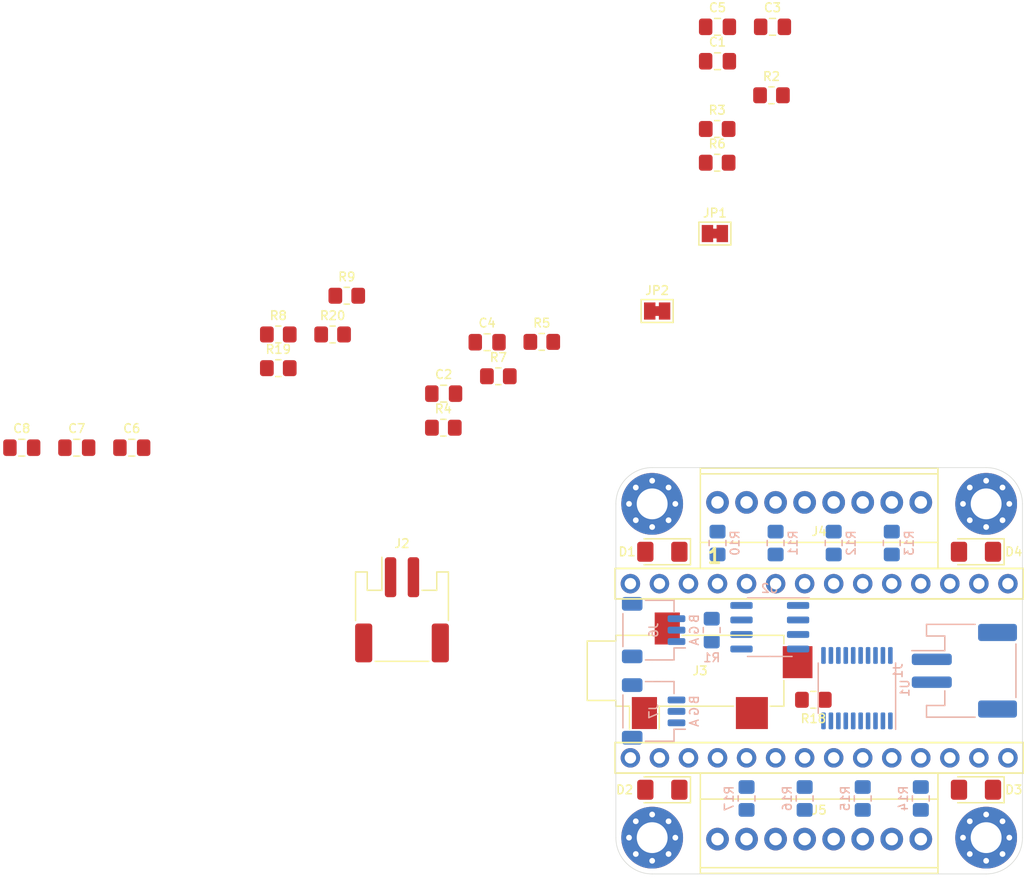
<source format=kicad_pcb>
(kicad_pcb (version 20171130) (host pcbnew "(5.1.9)-1")

  (general
    (thickness 1.6)
    (drawings 19)
    (tracks 0)
    (zones 0)
    (modules 48)
    (nets 59)
  )

  (page USLetter)
  (layers
    (0 F.Cu signal)
    (31 B.Cu signal)
    (36 B.SilkS user)
    (37 F.SilkS user)
    (38 B.Mask user)
    (39 F.Mask user)
    (40 Dwgs.User user hide)
    (41 Cmts.User user)
    (42 Eco1.User user)
    (43 Eco2.User user)
    (44 Edge.Cuts user)
    (45 Margin user)
    (46 B.CrtYd user)
    (47 F.CrtYd user)
  )

  (setup
    (last_trace_width 0.254)
    (trace_clearance 0.254)
    (zone_clearance 0.508)
    (zone_45_only no)
    (trace_min 0.1524)
    (via_size 0.762)
    (via_drill 0.381)
    (via_min_size 0.508)
    (via_min_drill 0.254)
    (uvia_size 0.6096)
    (uvia_drill 0.3048)
    (uvias_allowed no)
    (uvia_min_size 0)
    (uvia_min_drill 0)
    (edge_width 0.0508)
    (segment_width 0.254)
    (pcb_text_width 0.127)
    (pcb_text_size 0.762 0.762)
    (mod_edge_width 0.127)
    (mod_text_size 0.762 0.762)
    (mod_text_width 0.127)
    (pad_size 1.524 1.524)
    (pad_drill 0.762)
    (pad_to_mask_clearance 0.0508)
    (aux_axis_origin 0 0)
    (visible_elements 7FFFFFFF)
    (pcbplotparams
      (layerselection 0x010fc_ffffffff)
      (usegerberextensions false)
      (usegerberattributes true)
      (usegerberadvancedattributes true)
      (creategerberjobfile true)
      (excludeedgelayer true)
      (linewidth 0.100000)
      (plotframeref false)
      (viasonmask false)
      (mode 1)
      (useauxorigin false)
      (hpglpennumber 1)
      (hpglpenspeed 20)
      (hpglpendiameter 15.000000)
      (psnegative false)
      (psa4output false)
      (plotreference true)
      (plotvalue true)
      (plotinvisibletext false)
      (padsonsilk false)
      (subtractmaskfromsilk false)
      (outputformat 1)
      (mirror false)
      (drillshape 1)
      (scaleselection 1)
      (outputdirectory ""))
  )

  (net 0 "")
  (net 1 +3V3)
  (net 2 GND)
  (net 3 +5V)
  (net 4 /AUD_L)
  (net 5 /AUD_L_ADC)
  (net 6 /AUD_R)
  (net 7 /AUD_R_ADC)
  (net 8 /LED_OUT4)
  (net 9 /LED_OUT3)
  (net 10 /LED_OUT2)
  (net 11 /LED_OUT1)
  (net 12 /AUD_DET)
  (net 13 /LED_OUT8)
  (net 14 /LED_OUT7)
  (net 15 /LED_OUT6)
  (net 16 /LED_OUT5)
  (net 17 /B)
  (net 18 /A)
  (net 19 "Net-(JP1-Pad1)")
  (net 20 "Net-(JP2-Pad1)")
  (net 21 "Net-(R10-Pad2)")
  (net 22 "Net-(R11-Pad2)")
  (net 23 "Net-(R12-Pad2)")
  (net 24 "Net-(R13-Pad2)")
  (net 25 "Net-(R14-Pad2)")
  (net 26 "Net-(R15-Pad2)")
  (net 27 "Net-(R16-Pad2)")
  (net 28 "Net-(R17-Pad2)")
  (net 29 /TX)
  (net 30 /TXEN)
  (net 31 /RX)
  (net 32 /LED1)
  (net 33 /LED2)
  (net 34 /LED3)
  (net 35 /LED4)
  (net 36 /LED5)
  (net 37 /LED6)
  (net 38 /LED7)
  (net 39 /LED8)
  (net 40 /CS)
  (net 41 /MOSI)
  (net 42 /MISO)
  (net 43 /SCK)
  (net 44 "Net-(U3-Pad2)")
  (net 45 "Net-(U3-Pad3)")
  (net 46 "Net-(U3-Pad22)")
  (net 47 "Net-(U3-Pad23)")
  (net 48 "Net-(U3-Pad24)")
  (net 49 "Net-(U3-Pad25)")
  (net 50 VIN)
  (net 51 "Net-(U3-Pad21)")
  (net 52 "Net-(D1-Pad1)")
  (net 53 /IND1)
  (net 54 "Net-(D2-Pad1)")
  (net 55 /IND2)
  (net 56 "Net-(D3-Pad1)")
  (net 57 /IND3)
  (net 58 "Net-(D4-Pad1)")

  (net_class Default "This is the default net class."
    (clearance 0.254)
    (trace_width 0.254)
    (via_dia 0.762)
    (via_drill 0.381)
    (uvia_dia 0.6096)
    (uvia_drill 0.3048)
    (diff_pair_width 0.254)
    (diff_pair_gap 0.254)
    (add_net +3V3)
    (add_net +5V)
    (add_net /A)
    (add_net /AUD_DET)
    (add_net /AUD_L)
    (add_net /AUD_L_ADC)
    (add_net /AUD_R)
    (add_net /AUD_R_ADC)
    (add_net /B)
    (add_net /CS)
    (add_net /IND1)
    (add_net /IND2)
    (add_net /IND3)
    (add_net /LED1)
    (add_net /LED2)
    (add_net /LED3)
    (add_net /LED4)
    (add_net /LED5)
    (add_net /LED6)
    (add_net /LED7)
    (add_net /LED8)
    (add_net /LED_OUT1)
    (add_net /LED_OUT2)
    (add_net /LED_OUT3)
    (add_net /LED_OUT4)
    (add_net /LED_OUT5)
    (add_net /LED_OUT6)
    (add_net /LED_OUT7)
    (add_net /LED_OUT8)
    (add_net /MISO)
    (add_net /MOSI)
    (add_net /RX)
    (add_net /SCK)
    (add_net /TX)
    (add_net /TXEN)
    (add_net GND)
    (add_net "Net-(D1-Pad1)")
    (add_net "Net-(D2-Pad1)")
    (add_net "Net-(D3-Pad1)")
    (add_net "Net-(D4-Pad1)")
    (add_net "Net-(JP1-Pad1)")
    (add_net "Net-(JP2-Pad1)")
    (add_net "Net-(R10-Pad2)")
    (add_net "Net-(R11-Pad2)")
    (add_net "Net-(R12-Pad2)")
    (add_net "Net-(R13-Pad2)")
    (add_net "Net-(R14-Pad2)")
    (add_net "Net-(R15-Pad2)")
    (add_net "Net-(R16-Pad2)")
    (add_net "Net-(R17-Pad2)")
    (add_net "Net-(U3-Pad2)")
    (add_net "Net-(U3-Pad21)")
    (add_net "Net-(U3-Pad22)")
    (add_net "Net-(U3-Pad23)")
    (add_net "Net-(U3-Pad24)")
    (add_net "Net-(U3-Pad25)")
    (add_net "Net-(U3-Pad3)")
    (add_net VIN)
  )

  (module nibelung:Teensy40_Socket locked (layer F.Cu) (tedit 5FF26660) (tstamp 5FF0F21C)
    (at 104.14 101.6 90)
    (descr "Through hole straight pin header, 2x14, 2.54mm pitch, double rows")
    (tags Teensy)
    (path /5DC561A9)
    (fp_text reference U3 (at 0 -2.54 90) (layer F.SilkS) hide
      (effects (font (size 0.762 0.762) (thickness 0.127)))
    )
    (fp_text value Teensy4.0 (at 0 35.56 90) (layer F.Fab) hide
      (effects (font (size 0.762 0.762) (thickness 0.127)))
    )
    (fp_line (start -8.89 -1.27) (end -6.35 -1.27) (layer Dwgs.User) (width 0.12))
    (fp_line (start -6.35 -1.27) (end -6.35 34.29) (layer Dwgs.User) (width 0.12))
    (fp_line (start -6.35 34.29) (end -8.89 34.29) (layer Dwgs.User) (width 0.12))
    (fp_line (start -8.89 34.29) (end -8.89 -1.27) (layer Dwgs.User) (width 0.12))
    (fp_line (start 6.35 -1.27) (end 8.89 -1.27) (layer Dwgs.User) (width 0.12))
    (fp_line (start 8.89 -1.27) (end 8.89 34.29) (layer Dwgs.User) (width 0.12))
    (fp_line (start 8.89 34.29) (end 6.35 34.29) (layer Dwgs.User) (width 0.12))
    (fp_line (start 6.35 34.29) (end 6.35 -1.27) (layer Dwgs.User) (width 0.12))
    (fp_line (start -8.89 1.27) (end -6.35 1.27) (layer Dwgs.User) (width 0.12))
    (fp_line (start -8.9535 -1.3335) (end -6.2865 -1.3335) (layer F.SilkS) (width 0.15))
    (fp_line (start -6.2865 -1.3335) (end -6.2865 34.3535) (layer F.SilkS) (width 0.15))
    (fp_line (start -6.2865 34.3535) (end -8.9535 34.3535) (layer F.SilkS) (width 0.15))
    (fp_line (start -8.9535 34.3535) (end -8.9535 -1.3335) (layer F.SilkS) (width 0.15))
    (fp_line (start 6.2865 -1.3335) (end 8.9535 -1.3335) (layer F.SilkS) (width 0.15))
    (fp_line (start 8.9535 -1.3335) (end 8.9535 34.3535) (layer F.SilkS) (width 0.15))
    (fp_line (start 8.9535 34.3535) (end 6.2865 34.3535) (layer F.SilkS) (width 0.15))
    (fp_line (start 6.2865 34.3535) (end 6.2865 -1.3335) (layer F.SilkS) (width 0.15))
    (pad 1 thru_hole circle (at -7.62 0 90) (size 1.7 1.7) (drill 1) (layers *.Cu *.Mask)
      (net 2 GND))
    (pad 28 thru_hole oval (at 7.62 0 90) (size 1.7 1.7) (drill 1) (layers *.Cu *.Mask)
      (net 3 +5V))
    (pad 27 thru_hole oval (at 7.62 2.54 90) (size 1.7 1.7) (drill 1) (layers *.Cu *.Mask)
      (net 2 GND))
    (pad 26 thru_hole oval (at 7.62 5.08 90) (size 1.7 1.7) (drill 1) (layers *.Cu *.Mask)
      (net 1 +3V3))
    (pad 25 thru_hole oval (at 7.62 7.62 90) (size 1.7 1.7) (drill 1) (layers *.Cu *.Mask)
      (net 49 "Net-(U3-Pad25)"))
    (pad 24 thru_hole oval (at 7.62 10.16 90) (size 1.7 1.7) (drill 1) (layers *.Cu *.Mask)
      (net 48 "Net-(U3-Pad24)"))
    (pad 23 thru_hole oval (at 7.62 12.7 90) (size 1.7 1.7) (drill 1) (layers *.Cu *.Mask)
      (net 47 "Net-(U3-Pad23)"))
    (pad 22 thru_hole oval (at 7.62 15.24 90) (size 1.7 1.7) (drill 1) (layers *.Cu *.Mask)
      (net 46 "Net-(U3-Pad22)"))
    (pad 21 thru_hole oval (at 7.62 17.78 90) (size 1.7 1.7) (drill 1) (layers *.Cu *.Mask)
      (net 51 "Net-(U3-Pad21)"))
    (pad 20 thru_hole oval (at 7.62 20.32 90) (size 1.7 1.7) (drill 1) (layers *.Cu *.Mask)
      (net 30 /TXEN))
    (pad 19 thru_hole oval (at 7.62 22.86 90) (size 1.7 1.7) (drill 1) (layers *.Cu *.Mask)
      (net 29 /TX))
    (pad 18 thru_hole oval (at 7.62 25.4 90) (size 1.7 1.7) (drill 1) (layers *.Cu *.Mask)
      (net 31 /RX))
    (pad 17 thru_hole oval (at 7.62 27.94 90) (size 1.7 1.7) (drill 1) (layers *.Cu *.Mask)
      (net 19 "Net-(JP1-Pad1)"))
    (pad 16 thru_hole oval (at 7.62 30.48 90) (size 1.7 1.7) (drill 1) (layers *.Cu *.Mask)
      (net 20 "Net-(JP2-Pad1)"))
    (pad 15 thru_hole oval (at 7.62 33.02 90) (size 1.7 1.7) (drill 1) (layers *.Cu *.Mask)
      (net 43 /SCK))
    (pad 14 thru_hole oval (at -7.62 33.02 90) (size 1.7 1.7) (drill 1) (layers *.Cu *.Mask)
      (net 42 /MISO))
    (pad 13 thru_hole oval (at -7.62 30.48 90) (size 1.7 1.7) (drill 1) (layers *.Cu *.Mask)
      (net 41 /MOSI))
    (pad 12 thru_hole oval (at -7.62 27.94 90) (size 1.7 1.7) (drill 1) (layers *.Cu *.Mask)
      (net 40 /CS))
    (pad 11 thru_hole oval (at -7.62 25.4 90) (size 1.7 1.7) (drill 1) (layers *.Cu *.Mask)
      (net 39 /LED8))
    (pad 10 thru_hole oval (at -7.62 22.86 90) (size 1.7 1.7) (drill 1) (layers *.Cu *.Mask)
      (net 38 /LED7))
    (pad 9 thru_hole oval (at -7.62 20.32 90) (size 1.7 1.7) (drill 1) (layers *.Cu *.Mask)
      (net 37 /LED6))
    (pad 8 thru_hole oval (at -7.62 17.78 90) (size 1.7 1.7) (drill 1) (layers *.Cu *.Mask)
      (net 36 /LED5))
    (pad 7 thru_hole oval (at -7.62 15.24 90) (size 1.7 1.7) (drill 1) (layers *.Cu *.Mask)
      (net 35 /LED4))
    (pad 6 thru_hole oval (at -7.62 12.7 90) (size 1.7 1.7) (drill 1) (layers *.Cu *.Mask)
      (net 34 /LED3))
    (pad 5 thru_hole oval (at -7.62 10.16 90) (size 1.7 1.7) (drill 1) (layers *.Cu *.Mask)
      (net 33 /LED2))
    (pad 4 thru_hole oval (at -7.62 7.62 90) (size 1.7 1.7) (drill 1) (layers *.Cu *.Mask)
      (net 32 /LED1))
    (pad 3 thru_hole oval (at -7.62 5.08 90) (size 1.7 1.7) (drill 1) (layers *.Cu *.Mask)
      (net 45 "Net-(U3-Pad3)"))
    (pad 2 thru_hole oval (at -7.62 2.54 90) (size 1.7 1.7) (drill 1) (layers *.Cu *.Mask)
      (net 44 "Net-(U3-Pad2)"))
    (model ${KISYS3DMOD}/Connector_PinSocket_2.54mm.3dshapes/PinSocket_1x14_P2.54mm_Vertical.wrl
      (offset (xyz 7.62 0 0))
      (scale (xyz 1 1 1))
      (rotate (xyz 0 0 0))
    )
    (model ${KISYS3DMOD}/Connector_PinSocket_2.54mm.3dshapes/PinSocket_1x14_P2.54mm_Vertical.wrl
      (offset (xyz -7.62 0 0))
      (scale (xyz 1 1 1))
      (rotate (xyz 0 0 0))
    )
  )

  (module Resistor_SMD:R_0805_2012Metric_Pad1.20x1.40mm_HandSolder (layer F.Cu) (tedit 5F68FEEE) (tstamp 5FF25F9F)
    (at 78.095 72.17)
    (descr "Resistor SMD 0805 (2012 Metric), square (rectangular) end terminal, IPC_7351 nominal with elongated pad for handsoldering. (Body size source: IPC-SM-782 page 72, https://www.pcb-3d.com/wordpress/wp-content/uploads/ipc-sm-782a_amendment_1_and_2.pdf), generated with kicad-footprint-generator")
    (tags "resistor handsolder")
    (path /5FF5F686)
    (attr smd)
    (fp_text reference R20 (at 0 -1.65) (layer F.SilkS)
      (effects (font (size 0.762 0.762) (thickness 0.127)))
    )
    (fp_text value 330 (at 0 1.65) (layer F.Fab)
      (effects (font (size 0.762 0.762) (thickness 0.127)))
    )
    (fp_text user %R (at 0 0) (layer F.Fab)
      (effects (font (size 0.762 0.762) (thickness 0.127)))
    )
    (fp_line (start -1 0.625) (end -1 -0.625) (layer F.Fab) (width 0.127))
    (fp_line (start -1 -0.625) (end 1 -0.625) (layer F.Fab) (width 0.127))
    (fp_line (start 1 -0.625) (end 1 0.625) (layer F.Fab) (width 0.127))
    (fp_line (start 1 0.625) (end -1 0.625) (layer F.Fab) (width 0.127))
    (fp_line (start -0.227064 -0.735) (end 0.227064 -0.735) (layer F.SilkS) (width 0.127))
    (fp_line (start -0.227064 0.735) (end 0.227064 0.735) (layer F.SilkS) (width 0.127))
    (fp_line (start -1.85 0.95) (end -1.85 -0.95) (layer F.CrtYd) (width 0.05))
    (fp_line (start -1.85 -0.95) (end 1.85 -0.95) (layer F.CrtYd) (width 0.05))
    (fp_line (start 1.85 -0.95) (end 1.85 0.95) (layer F.CrtYd) (width 0.05))
    (fp_line (start 1.85 0.95) (end -1.85 0.95) (layer F.CrtYd) (width 0.05))
    (pad 2 smd roundrect (at 1 0) (size 1.2 1.4) (layers F.Cu F.Paste F.Mask) (roundrect_rratio 0.208333)
      (net 2 GND))
    (pad 1 smd roundrect (at -1 0) (size 1.2 1.4) (layers F.Cu F.Paste F.Mask) (roundrect_rratio 0.208333)
      (net 58 "Net-(D4-Pad1)"))
    (model ${KISYS3DMOD}/Resistor_SMD.3dshapes/R_0805_2012Metric.wrl
      (at (xyz 0 0 0))
      (scale (xyz 1 1 1))
      (rotate (xyz 0 0 0))
    )
  )

  (module Resistor_SMD:R_0805_2012Metric_Pad1.20x1.40mm_HandSolder (layer F.Cu) (tedit 5F68FEEE) (tstamp 5FF25F8E)
    (at 73.345 75.12)
    (descr "Resistor SMD 0805 (2012 Metric), square (rectangular) end terminal, IPC_7351 nominal with elongated pad for handsoldering. (Body size source: IPC-SM-782 page 72, https://www.pcb-3d.com/wordpress/wp-content/uploads/ipc-sm-782a_amendment_1_and_2.pdf), generated with kicad-footprint-generator")
    (tags "resistor handsolder")
    (path /5FF561B5)
    (attr smd)
    (fp_text reference R19 (at 0 -1.65) (layer F.SilkS)
      (effects (font (size 0.762 0.762) (thickness 0.127)))
    )
    (fp_text value 430 (at 0 1.65) (layer F.Fab)
      (effects (font (size 0.762 0.762) (thickness 0.127)))
    )
    (fp_text user %R (at 0 0) (layer F.Fab)
      (effects (font (size 0.762 0.762) (thickness 0.127)))
    )
    (fp_line (start -1 0.625) (end -1 -0.625) (layer F.Fab) (width 0.127))
    (fp_line (start -1 -0.625) (end 1 -0.625) (layer F.Fab) (width 0.127))
    (fp_line (start 1 -0.625) (end 1 0.625) (layer F.Fab) (width 0.127))
    (fp_line (start 1 0.625) (end -1 0.625) (layer F.Fab) (width 0.127))
    (fp_line (start -0.227064 -0.735) (end 0.227064 -0.735) (layer F.SilkS) (width 0.127))
    (fp_line (start -0.227064 0.735) (end 0.227064 0.735) (layer F.SilkS) (width 0.127))
    (fp_line (start -1.85 0.95) (end -1.85 -0.95) (layer F.CrtYd) (width 0.05))
    (fp_line (start -1.85 -0.95) (end 1.85 -0.95) (layer F.CrtYd) (width 0.05))
    (fp_line (start 1.85 -0.95) (end 1.85 0.95) (layer F.CrtYd) (width 0.05))
    (fp_line (start 1.85 0.95) (end -1.85 0.95) (layer F.CrtYd) (width 0.05))
    (pad 2 smd roundrect (at 1 0) (size 1.2 1.4) (layers F.Cu F.Paste F.Mask) (roundrect_rratio 0.208333)
      (net 2 GND))
    (pad 1 smd roundrect (at -1 0) (size 1.2 1.4) (layers F.Cu F.Paste F.Mask) (roundrect_rratio 0.208333)
      (net 56 "Net-(D3-Pad1)"))
    (model ${KISYS3DMOD}/Resistor_SMD.3dshapes/R_0805_2012Metric.wrl
      (at (xyz 0 0 0))
      (scale (xyz 1 1 1))
      (rotate (xyz 0 0 0))
    )
  )

  (module Resistor_SMD:R_0805_2012Metric_Pad1.20x1.40mm_HandSolder (layer F.Cu) (tedit 5F68FEEE) (tstamp 5FF25E5D)
    (at 79.335 68.78)
    (descr "Resistor SMD 0805 (2012 Metric), square (rectangular) end terminal, IPC_7351 nominal with elongated pad for handsoldering. (Body size source: IPC-SM-782 page 72, https://www.pcb-3d.com/wordpress/wp-content/uploads/ipc-sm-782a_amendment_1_and_2.pdf), generated with kicad-footprint-generator")
    (tags "resistor handsolder")
    (path /5FF4CED7)
    (attr smd)
    (fp_text reference R9 (at 0 -1.65) (layer F.SilkS)
      (effects (font (size 0.762 0.762) (thickness 0.127)))
    )
    (fp_text value 680 (at 0 1.65) (layer F.Fab)
      (effects (font (size 0.762 0.762) (thickness 0.127)))
    )
    (fp_text user %R (at 0 0) (layer F.Fab)
      (effects (font (size 0.762 0.762) (thickness 0.127)))
    )
    (fp_line (start -1 0.625) (end -1 -0.625) (layer F.Fab) (width 0.127))
    (fp_line (start -1 -0.625) (end 1 -0.625) (layer F.Fab) (width 0.127))
    (fp_line (start 1 -0.625) (end 1 0.625) (layer F.Fab) (width 0.127))
    (fp_line (start 1 0.625) (end -1 0.625) (layer F.Fab) (width 0.127))
    (fp_line (start -0.227064 -0.735) (end 0.227064 -0.735) (layer F.SilkS) (width 0.127))
    (fp_line (start -0.227064 0.735) (end 0.227064 0.735) (layer F.SilkS) (width 0.127))
    (fp_line (start -1.85 0.95) (end -1.85 -0.95) (layer F.CrtYd) (width 0.05))
    (fp_line (start -1.85 -0.95) (end 1.85 -0.95) (layer F.CrtYd) (width 0.05))
    (fp_line (start 1.85 -0.95) (end 1.85 0.95) (layer F.CrtYd) (width 0.05))
    (fp_line (start 1.85 0.95) (end -1.85 0.95) (layer F.CrtYd) (width 0.05))
    (pad 2 smd roundrect (at 1 0) (size 1.2 1.4) (layers F.Cu F.Paste F.Mask) (roundrect_rratio 0.208333)
      (net 2 GND))
    (pad 1 smd roundrect (at -1 0) (size 1.2 1.4) (layers F.Cu F.Paste F.Mask) (roundrect_rratio 0.208333)
      (net 54 "Net-(D2-Pad1)"))
    (model ${KISYS3DMOD}/Resistor_SMD.3dshapes/R_0805_2012Metric.wrl
      (at (xyz 0 0 0))
      (scale (xyz 1 1 1))
      (rotate (xyz 0 0 0))
    )
  )

  (module Resistor_SMD:R_0805_2012Metric_Pad1.20x1.40mm_HandSolder (layer F.Cu) (tedit 5F68FEEE) (tstamp 5FF25E4C)
    (at 73.345 72.17)
    (descr "Resistor SMD 0805 (2012 Metric), square (rectangular) end terminal, IPC_7351 nominal with elongated pad for handsoldering. (Body size source: IPC-SM-782 page 72, https://www.pcb-3d.com/wordpress/wp-content/uploads/ipc-sm-782a_amendment_1_and_2.pdf), generated with kicad-footprint-generator")
    (tags "resistor handsolder")
    (path /5FF31FC6)
    (attr smd)
    (fp_text reference R8 (at 0 -1.65) (layer F.SilkS)
      (effects (font (size 0.762 0.762) (thickness 0.127)))
    )
    (fp_text value 10k (at 0 1.65) (layer F.Fab)
      (effects (font (size 0.762 0.762) (thickness 0.127)))
    )
    (fp_text user %R (at 0 0) (layer F.Fab)
      (effects (font (size 0.762 0.762) (thickness 0.127)))
    )
    (fp_line (start -1 0.625) (end -1 -0.625) (layer F.Fab) (width 0.127))
    (fp_line (start -1 -0.625) (end 1 -0.625) (layer F.Fab) (width 0.127))
    (fp_line (start 1 -0.625) (end 1 0.625) (layer F.Fab) (width 0.127))
    (fp_line (start 1 0.625) (end -1 0.625) (layer F.Fab) (width 0.127))
    (fp_line (start -0.227064 -0.735) (end 0.227064 -0.735) (layer F.SilkS) (width 0.127))
    (fp_line (start -0.227064 0.735) (end 0.227064 0.735) (layer F.SilkS) (width 0.127))
    (fp_line (start -1.85 0.95) (end -1.85 -0.95) (layer F.CrtYd) (width 0.05))
    (fp_line (start -1.85 -0.95) (end 1.85 -0.95) (layer F.CrtYd) (width 0.05))
    (fp_line (start 1.85 -0.95) (end 1.85 0.95) (layer F.CrtYd) (width 0.05))
    (fp_line (start 1.85 0.95) (end -1.85 0.95) (layer F.CrtYd) (width 0.05))
    (pad 2 smd roundrect (at 1 0) (size 1.2 1.4) (layers F.Cu F.Paste F.Mask) (roundrect_rratio 0.208333)
      (net 2 GND))
    (pad 1 smd roundrect (at -1 0) (size 1.2 1.4) (layers F.Cu F.Paste F.Mask) (roundrect_rratio 0.208333)
      (net 52 "Net-(D1-Pad1)"))
    (model ${KISYS3DMOD}/Resistor_SMD.3dshapes/R_0805_2012Metric.wrl
      (at (xyz 0 0 0))
      (scale (xyz 1 1 1))
      (rotate (xyz 0 0 0))
    )
  )

  (module LED_SMD:LED_1206_3216Metric_Pad1.42x1.75mm_HandSolder (layer F.Cu) (tedit 5F68FEF1) (tstamp 5FF25B23)
    (at 134.366 91.186 180)
    (descr "LED SMD 1206 (3216 Metric), square (rectangular) end terminal, IPC_7351 nominal, (Body size source: http://www.tortai-tech.com/upload/download/2011102023233369053.pdf), generated with kicad-footprint-generator")
    (tags "LED handsolder")
    (path /5FF5FD04)
    (attr smd)
    (fp_text reference D4 (at -3.302 0) (layer F.SilkS)
      (effects (font (size 0.762 0.762) (thickness 0.127)))
    )
    (fp_text value BLUE (at 0 1.82) (layer F.Fab)
      (effects (font (size 0.762 0.762) (thickness 0.127)))
    )
    (fp_text user %R (at 0 0) (layer F.Fab)
      (effects (font (size 0.762 0.762) (thickness 0.127)))
    )
    (fp_line (start 1.6 -0.8) (end -1.2 -0.8) (layer F.Fab) (width 0.127))
    (fp_line (start -1.2 -0.8) (end -1.6 -0.4) (layer F.Fab) (width 0.127))
    (fp_line (start -1.6 -0.4) (end -1.6 0.8) (layer F.Fab) (width 0.127))
    (fp_line (start -1.6 0.8) (end 1.6 0.8) (layer F.Fab) (width 0.127))
    (fp_line (start 1.6 0.8) (end 1.6 -0.8) (layer F.Fab) (width 0.127))
    (fp_line (start 1.6 -1.135) (end -2.46 -1.135) (layer F.SilkS) (width 0.127))
    (fp_line (start -2.46 -1.135) (end -2.46 1.135) (layer F.SilkS) (width 0.127))
    (fp_line (start -2.46 1.135) (end 1.6 1.135) (layer F.SilkS) (width 0.127))
    (fp_line (start -2.45 1.12) (end -2.45 -1.12) (layer F.CrtYd) (width 0.05))
    (fp_line (start -2.45 -1.12) (end 2.45 -1.12) (layer F.CrtYd) (width 0.05))
    (fp_line (start 2.45 -1.12) (end 2.45 1.12) (layer F.CrtYd) (width 0.05))
    (fp_line (start 2.45 1.12) (end -2.45 1.12) (layer F.CrtYd) (width 0.05))
    (pad 2 smd roundrect (at 1.4875 0 180) (size 1.425 1.75) (layers F.Cu F.Paste F.Mask) (roundrect_rratio 0.175439)
      (net 57 /IND3))
    (pad 1 smd roundrect (at -1.4875 0 180) (size 1.425 1.75) (layers F.Cu F.Paste F.Mask) (roundrect_rratio 0.175439)
      (net 58 "Net-(D4-Pad1)"))
    (model ${KISYS3DMOD}/LED_SMD.3dshapes/LED_1206_3216Metric.wrl
      (at (xyz 0 0 0))
      (scale (xyz 1 1 1))
      (rotate (xyz 0 0 0))
    )
  )

  (module LED_SMD:LED_1206_3216Metric_Pad1.42x1.75mm_HandSolder (layer F.Cu) (tedit 5F68FEF1) (tstamp 5FF25B10)
    (at 134.366 112.014 180)
    (descr "LED SMD 1206 (3216 Metric), square (rectangular) end terminal, IPC_7351 nominal, (Body size source: http://www.tortai-tech.com/upload/download/2011102023233369053.pdf), generated with kicad-footprint-generator")
    (tags "LED handsolder")
    (path /5FF567ED)
    (attr smd)
    (fp_text reference D3 (at -3.302 0) (layer F.SilkS)
      (effects (font (size 0.762 0.762) (thickness 0.127)))
    )
    (fp_text value GREEN (at 0 1.82) (layer F.Fab)
      (effects (font (size 0.762 0.762) (thickness 0.127)))
    )
    (fp_text user %R (at 0 0) (layer F.Fab)
      (effects (font (size 0.762 0.762) (thickness 0.127)))
    )
    (fp_line (start 1.6 -0.8) (end -1.2 -0.8) (layer F.Fab) (width 0.127))
    (fp_line (start -1.2 -0.8) (end -1.6 -0.4) (layer F.Fab) (width 0.127))
    (fp_line (start -1.6 -0.4) (end -1.6 0.8) (layer F.Fab) (width 0.127))
    (fp_line (start -1.6 0.8) (end 1.6 0.8) (layer F.Fab) (width 0.127))
    (fp_line (start 1.6 0.8) (end 1.6 -0.8) (layer F.Fab) (width 0.127))
    (fp_line (start 1.6 -1.135) (end -2.46 -1.135) (layer F.SilkS) (width 0.127))
    (fp_line (start -2.46 -1.135) (end -2.46 1.135) (layer F.SilkS) (width 0.127))
    (fp_line (start -2.46 1.135) (end 1.6 1.135) (layer F.SilkS) (width 0.127))
    (fp_line (start -2.45 1.12) (end -2.45 -1.12) (layer F.CrtYd) (width 0.05))
    (fp_line (start -2.45 -1.12) (end 2.45 -1.12) (layer F.CrtYd) (width 0.05))
    (fp_line (start 2.45 -1.12) (end 2.45 1.12) (layer F.CrtYd) (width 0.05))
    (fp_line (start 2.45 1.12) (end -2.45 1.12) (layer F.CrtYd) (width 0.05))
    (pad 2 smd roundrect (at 1.4875 0 180) (size 1.425 1.75) (layers F.Cu F.Paste F.Mask) (roundrect_rratio 0.175439)
      (net 55 /IND2))
    (pad 1 smd roundrect (at -1.4875 0 180) (size 1.425 1.75) (layers F.Cu F.Paste F.Mask) (roundrect_rratio 0.175439)
      (net 56 "Net-(D3-Pad1)"))
    (model ${KISYS3DMOD}/LED_SMD.3dshapes/LED_1206_3216Metric.wrl
      (at (xyz 0 0 0))
      (scale (xyz 1 1 1))
      (rotate (xyz 0 0 0))
    )
  )

  (module LED_SMD:LED_1206_3216Metric_Pad1.42x1.75mm_HandSolder (layer F.Cu) (tedit 5F68FEF1) (tstamp 5FF25AFD)
    (at 106.934 112.014 180)
    (descr "LED SMD 1206 (3216 Metric), square (rectangular) end terminal, IPC_7351 nominal, (Body size source: http://www.tortai-tech.com/upload/download/2011102023233369053.pdf), generated with kicad-footprint-generator")
    (tags "LED handsolder")
    (path /5FF4D4C9)
    (attr smd)
    (fp_text reference D2 (at 3.302 0) (layer F.SilkS)
      (effects (font (size 0.762 0.762) (thickness 0.127)))
    )
    (fp_text value AMBER (at 0 1.82) (layer F.Fab)
      (effects (font (size 0.762 0.762) (thickness 0.127)))
    )
    (fp_text user %R (at 0 0) (layer F.Fab)
      (effects (font (size 0.762 0.762) (thickness 0.127)))
    )
    (fp_line (start 1.6 -0.8) (end -1.2 -0.8) (layer F.Fab) (width 0.127))
    (fp_line (start -1.2 -0.8) (end -1.6 -0.4) (layer F.Fab) (width 0.127))
    (fp_line (start -1.6 -0.4) (end -1.6 0.8) (layer F.Fab) (width 0.127))
    (fp_line (start -1.6 0.8) (end 1.6 0.8) (layer F.Fab) (width 0.127))
    (fp_line (start 1.6 0.8) (end 1.6 -0.8) (layer F.Fab) (width 0.127))
    (fp_line (start 1.6 -1.135) (end -2.46 -1.135) (layer F.SilkS) (width 0.127))
    (fp_line (start -2.46 -1.135) (end -2.46 1.135) (layer F.SilkS) (width 0.127))
    (fp_line (start -2.46 1.135) (end 1.6 1.135) (layer F.SilkS) (width 0.127))
    (fp_line (start -2.45 1.12) (end -2.45 -1.12) (layer F.CrtYd) (width 0.05))
    (fp_line (start -2.45 -1.12) (end 2.45 -1.12) (layer F.CrtYd) (width 0.05))
    (fp_line (start 2.45 -1.12) (end 2.45 1.12) (layer F.CrtYd) (width 0.05))
    (fp_line (start 2.45 1.12) (end -2.45 1.12) (layer F.CrtYd) (width 0.05))
    (pad 2 smd roundrect (at 1.4875 0 180) (size 1.425 1.75) (layers F.Cu F.Paste F.Mask) (roundrect_rratio 0.175439)
      (net 53 /IND1))
    (pad 1 smd roundrect (at -1.4875 0 180) (size 1.425 1.75) (layers F.Cu F.Paste F.Mask) (roundrect_rratio 0.175439)
      (net 54 "Net-(D2-Pad1)"))
    (model ${KISYS3DMOD}/LED_SMD.3dshapes/LED_1206_3216Metric.wrl
      (at (xyz 0 0 0))
      (scale (xyz 1 1 1))
      (rotate (xyz 0 0 0))
    )
  )

  (module LED_SMD:LED_1206_3216Metric_Pad1.42x1.75mm_HandSolder (layer F.Cu) (tedit 5F68FEF1) (tstamp 5FF25AEA)
    (at 106.934 91.186 180)
    (descr "LED SMD 1206 (3216 Metric), square (rectangular) end terminal, IPC_7351 nominal, (Body size source: http://www.tortai-tech.com/upload/download/2011102023233369053.pdf), generated with kicad-footprint-generator")
    (tags "LED handsolder")
    (path /5FF3C140)
    (attr smd)
    (fp_text reference D1 (at 3.0845 0 180) (layer F.SilkS)
      (effects (font (size 0.762 0.762) (thickness 0.127)))
    )
    (fp_text value RED (at 0 1.82) (layer F.Fab)
      (effects (font (size 0.762 0.762) (thickness 0.127)))
    )
    (fp_text user %R (at 0 0) (layer F.Fab)
      (effects (font (size 0.762 0.762) (thickness 0.127)))
    )
    (fp_line (start 1.6 -0.8) (end -1.2 -0.8) (layer F.Fab) (width 0.127))
    (fp_line (start -1.2 -0.8) (end -1.6 -0.4) (layer F.Fab) (width 0.127))
    (fp_line (start -1.6 -0.4) (end -1.6 0.8) (layer F.Fab) (width 0.127))
    (fp_line (start -1.6 0.8) (end 1.6 0.8) (layer F.Fab) (width 0.127))
    (fp_line (start 1.6 0.8) (end 1.6 -0.8) (layer F.Fab) (width 0.127))
    (fp_line (start 1.6 -1.135) (end -2.46 -1.135) (layer F.SilkS) (width 0.127))
    (fp_line (start -2.46 -1.135) (end -2.46 1.135) (layer F.SilkS) (width 0.127))
    (fp_line (start -2.46 1.135) (end 1.6 1.135) (layer F.SilkS) (width 0.127))
    (fp_line (start -2.45 1.12) (end -2.45 -1.12) (layer F.CrtYd) (width 0.05))
    (fp_line (start -2.45 -1.12) (end 2.45 -1.12) (layer F.CrtYd) (width 0.05))
    (fp_line (start 2.45 -1.12) (end 2.45 1.12) (layer F.CrtYd) (width 0.05))
    (fp_line (start 2.45 1.12) (end -2.45 1.12) (layer F.CrtYd) (width 0.05))
    (pad 2 smd roundrect (at 1.4875 0 180) (size 1.425 1.75) (layers F.Cu F.Paste F.Mask) (roundrect_rratio 0.175439)
      (net 3 +5V))
    (pad 1 smd roundrect (at -1.4875 0 180) (size 1.425 1.75) (layers F.Cu F.Paste F.Mask) (roundrect_rratio 0.175439)
      (net 52 "Net-(D1-Pad1)"))
    (model ${KISYS3DMOD}/LED_SMD.3dshapes/LED_1206_3216Metric.wrl
      (at (xyz 0 0 0))
      (scale (xyz 1 1 1))
      (rotate (xyz 0 0 0))
    )
  )

  (module MountingHole:MountingHole_2.7mm_M2.5_Pad_Via (layer F.Cu) (tedit 56DDBBFF) (tstamp 5FF313A0)
    (at 135.255 116.205)
    (descr "Mounting Hole 2.7mm")
    (tags "mounting hole 2.7mm")
    (path /5FF13ABB)
    (attr virtual)
    (fp_text reference H4 (at 0 -3.7) (layer F.SilkS) hide
      (effects (font (size 0.762 0.762) (thickness 0.127)))
    )
    (fp_text value M2.5 (at 0 3.7) (layer F.Fab)
      (effects (font (size 0.762 0.762) (thickness 0.127)))
    )
    (fp_circle (center 0 0) (end 2.7 0) (layer Cmts.User) (width 0.127))
    (fp_circle (center 0 0) (end 2.95 0) (layer F.CrtYd) (width 0.05))
    (fp_text user %R (at 0.3 0) (layer F.Fab)
      (effects (font (size 0.762 0.762) (thickness 0.127)))
    )
    (pad 1 thru_hole circle (at 1.431891 -1.431891) (size 0.8 0.8) (drill 0.5) (layers *.Cu *.Mask)
      (net 2 GND))
    (pad 1 thru_hole circle (at 0 -2.025) (size 0.8 0.8) (drill 0.5) (layers *.Cu *.Mask)
      (net 2 GND))
    (pad 1 thru_hole circle (at -1.431891 -1.431891) (size 0.8 0.8) (drill 0.5) (layers *.Cu *.Mask)
      (net 2 GND))
    (pad 1 thru_hole circle (at -2.025 0) (size 0.8 0.8) (drill 0.5) (layers *.Cu *.Mask)
      (net 2 GND))
    (pad 1 thru_hole circle (at -1.431891 1.431891) (size 0.8 0.8) (drill 0.5) (layers *.Cu *.Mask)
      (net 2 GND))
    (pad 1 thru_hole circle (at 0 2.025) (size 0.8 0.8) (drill 0.5) (layers *.Cu *.Mask)
      (net 2 GND))
    (pad 1 thru_hole circle (at 1.431891 1.431891) (size 0.8 0.8) (drill 0.5) (layers *.Cu *.Mask)
      (net 2 GND))
    (pad 1 thru_hole circle (at 2.025 0) (size 0.8 0.8) (drill 0.5) (layers *.Cu *.Mask)
      (net 2 GND))
    (pad 1 thru_hole circle (at 0 0) (size 5.4 5.4) (drill 2.7) (layers *.Cu *.Mask)
      (net 2 GND))
  )

  (module MountingHole:MountingHole_2.7mm_M2.5_Pad_Via (layer F.Cu) (tedit 56DDBBFF) (tstamp 5FF2A9D4)
    (at 106.045 116.205)
    (descr "Mounting Hole 2.7mm")
    (tags "mounting hole 2.7mm")
    (path /5FF13873)
    (attr virtual)
    (fp_text reference H3 (at 0 -3.7) (layer F.SilkS) hide
      (effects (font (size 0.762 0.762) (thickness 0.127)))
    )
    (fp_text value M2.5 (at 0 3.7) (layer F.Fab)
      (effects (font (size 0.762 0.762) (thickness 0.127)))
    )
    (fp_circle (center 0 0) (end 2.7 0) (layer Cmts.User) (width 0.127))
    (fp_circle (center 0 0) (end 2.95 0) (layer F.CrtYd) (width 0.05))
    (fp_text user %R (at 0.3 0) (layer F.Fab)
      (effects (font (size 0.762 0.762) (thickness 0.127)))
    )
    (pad 1 thru_hole circle (at 1.431891 -1.431891) (size 0.8 0.8) (drill 0.5) (layers *.Cu *.Mask)
      (net 2 GND))
    (pad 1 thru_hole circle (at 0 -2.025) (size 0.8 0.8) (drill 0.5) (layers *.Cu *.Mask)
      (net 2 GND))
    (pad 1 thru_hole circle (at -1.431891 -1.431891) (size 0.8 0.8) (drill 0.5) (layers *.Cu *.Mask)
      (net 2 GND))
    (pad 1 thru_hole circle (at -2.025 0) (size 0.8 0.8) (drill 0.5) (layers *.Cu *.Mask)
      (net 2 GND))
    (pad 1 thru_hole circle (at -1.431891 1.431891) (size 0.8 0.8) (drill 0.5) (layers *.Cu *.Mask)
      (net 2 GND))
    (pad 1 thru_hole circle (at 0 2.025) (size 0.8 0.8) (drill 0.5) (layers *.Cu *.Mask)
      (net 2 GND))
    (pad 1 thru_hole circle (at 1.431891 1.431891) (size 0.8 0.8) (drill 0.5) (layers *.Cu *.Mask)
      (net 2 GND))
    (pad 1 thru_hole circle (at 2.025 0) (size 0.8 0.8) (drill 0.5) (layers *.Cu *.Mask)
      (net 2 GND))
    (pad 1 thru_hole circle (at 0 0) (size 5.4 5.4) (drill 2.7) (layers *.Cu *.Mask)
      (net 2 GND))
  )

  (module MountingHole:MountingHole_2.7mm_M2.5_Pad_Via (layer F.Cu) (tedit 56DDBBFF) (tstamp 5FF2A90D)
    (at 135.255 86.995)
    (descr "Mounting Hole 2.7mm")
    (tags "mounting hole 2.7mm")
    (path /5FF13498)
    (attr virtual)
    (fp_text reference H2 (at 0 -3.7) (layer F.SilkS) hide
      (effects (font (size 0.762 0.762) (thickness 0.127)))
    )
    (fp_text value M2.5 (at 0 3.7) (layer F.Fab)
      (effects (font (size 0.762 0.762) (thickness 0.127)))
    )
    (fp_circle (center 0 0) (end 2.7 0) (layer Cmts.User) (width 0.127))
    (fp_circle (center 0 0) (end 2.95 0) (layer F.CrtYd) (width 0.05))
    (fp_text user %R (at 0.3 0) (layer F.Fab)
      (effects (font (size 0.762 0.762) (thickness 0.127)))
    )
    (pad 1 thru_hole circle (at 1.431891 -1.431891) (size 0.8 0.8) (drill 0.5) (layers *.Cu *.Mask)
      (net 2 GND))
    (pad 1 thru_hole circle (at 0 -2.025) (size 0.8 0.8) (drill 0.5) (layers *.Cu *.Mask)
      (net 2 GND))
    (pad 1 thru_hole circle (at -1.431891 -1.431891) (size 0.8 0.8) (drill 0.5) (layers *.Cu *.Mask)
      (net 2 GND))
    (pad 1 thru_hole circle (at -2.025 0) (size 0.8 0.8) (drill 0.5) (layers *.Cu *.Mask)
      (net 2 GND))
    (pad 1 thru_hole circle (at -1.431891 1.431891) (size 0.8 0.8) (drill 0.5) (layers *.Cu *.Mask)
      (net 2 GND))
    (pad 1 thru_hole circle (at 0 2.025) (size 0.8 0.8) (drill 0.5) (layers *.Cu *.Mask)
      (net 2 GND))
    (pad 1 thru_hole circle (at 1.431891 1.431891) (size 0.8 0.8) (drill 0.5) (layers *.Cu *.Mask)
      (net 2 GND))
    (pad 1 thru_hole circle (at 2.025 0) (size 0.8 0.8) (drill 0.5) (layers *.Cu *.Mask)
      (net 2 GND))
    (pad 1 thru_hole circle (at 0 0) (size 5.4 5.4) (drill 2.7) (layers *.Cu *.Mask)
      (net 2 GND))
  )

  (module MountingHole:MountingHole_2.7mm_M2.5_Pad_Via (layer F.Cu) (tedit 56DDBBFF) (tstamp 5FF298E9)
    (at 106.045 86.995)
    (descr "Mounting Hole 2.7mm")
    (tags "mounting hole 2.7mm")
    (path /5FF13188)
    (attr virtual)
    (fp_text reference H1 (at 0 -3.7) (layer F.SilkS) hide
      (effects (font (size 0.762 0.762) (thickness 0.127)))
    )
    (fp_text value M2.5 (at 0 3.7) (layer F.Fab)
      (effects (font (size 0.762 0.762) (thickness 0.127)))
    )
    (fp_circle (center 0 0) (end 2.7 0) (layer Cmts.User) (width 0.127))
    (fp_circle (center 0 0) (end 2.95 0) (layer F.CrtYd) (width 0.05))
    (fp_text user %R (at 0.3 0) (layer F.Fab)
      (effects (font (size 0.762 0.762) (thickness 0.127)))
    )
    (pad 1 thru_hole circle (at 1.431891 -1.431891) (size 0.8 0.8) (drill 0.5) (layers *.Cu *.Mask)
      (net 2 GND))
    (pad 1 thru_hole circle (at 0 -2.025) (size 0.8 0.8) (drill 0.5) (layers *.Cu *.Mask)
      (net 2 GND))
    (pad 1 thru_hole circle (at -1.431891 -1.431891) (size 0.8 0.8) (drill 0.5) (layers *.Cu *.Mask)
      (net 2 GND))
    (pad 1 thru_hole circle (at -2.025 0) (size 0.8 0.8) (drill 0.5) (layers *.Cu *.Mask)
      (net 2 GND))
    (pad 1 thru_hole circle (at -1.431891 1.431891) (size 0.8 0.8) (drill 0.5) (layers *.Cu *.Mask)
      (net 2 GND))
    (pad 1 thru_hole circle (at 0 2.025) (size 0.8 0.8) (drill 0.5) (layers *.Cu *.Mask)
      (net 2 GND))
    (pad 1 thru_hole circle (at 1.431891 1.431891) (size 0.8 0.8) (drill 0.5) (layers *.Cu *.Mask)
      (net 2 GND))
    (pad 1 thru_hole circle (at 2.025 0) (size 0.8 0.8) (drill 0.5) (layers *.Cu *.Mask)
      (net 2 GND))
    (pad 1 thru_hole circle (at 0 0) (size 5.4 5.4) (drill 2.7) (layers *.Cu *.Mask)
      (net 2 GND))
  )

  (module nibelung:TerminalBlock_Molex_397730008_1x08_P2.54mm_Horizontal (layer F.Cu) (tedit 5FF18B1F) (tstamp 5FF04878)
    (at 111.76 116.332)
    (descr "Terminal Block Molex 39773, 8 pins, pitch 2.54mm")
    (tags "THT Terminal Block Molex 39773, 2.54mm size")
    (path /5FF7BFE0)
    (fp_text reference J5 (at 8.89 -2.54) (layer F.SilkS)
      (effects (font (size 0.762 0.762) (thickness 0.127)))
    )
    (fp_text value ScrewTerm_01x08_2.54mm (at 8.89 4.5) (layer F.Fab) hide
      (effects (font (size 0.762 0.762) (thickness 0.127)))
    )
    (fp_line (start 19.78 -4) (end -2 -4) (layer F.CrtYd) (width 0.05))
    (fp_line (start 19.78 3.5) (end 19.78 -4) (layer F.CrtYd) (width 0.05))
    (fp_line (start -2 3.5) (end 19.78 3.5) (layer F.CrtYd) (width 0.05))
    (fp_line (start -2 -4) (end -2 3.5) (layer F.CrtYd) (width 0.05))
    (fp_line (start 0.955 -1.138) (end -1.138 0.955) (layer F.Fab) (width 0.127))
    (fp_line (start 1.138 -0.955) (end -0.955 1.138) (layer F.Fab) (width 0.127))
    (fp_line (start 19.28 -3.5) (end 19.28 3) (layer F.SilkS) (width 0.127))
    (fp_line (start -1.5 -3.5) (end -1.5 3) (layer F.SilkS) (width 0.127))
    (fp_line (start -1.5 3) (end 19.28 3) (layer F.SilkS) (width 0.127))
    (fp_line (start -1.5 -3.5) (end 19.28 -3.5) (layer F.SilkS) (width 0.127))
    (fp_line (start -1.5 2.5) (end 19.28 2.5) (layer F.SilkS) (width 0.127))
    (fp_text user %R (at 8.89 3) (layer F.Fab) hide
      (effects (font (size 0.762 0.762) (thickness 0.127)))
    )
    (pad 8 thru_hole circle (at 17.78 0) (size 1.9812 1.9812) (drill 1.0922) (layers *.Cu *.Mask)
      (net 16 /LED_OUT5))
    (pad 7 thru_hole circle (at 15.24 0) (size 1.9812 1.9812) (drill 1.0922) (layers *.Cu *.Mask)
      (net 2 GND))
    (pad 6 thru_hole circle (at 12.7 0) (size 1.9812 1.9812) (drill 1.0922) (layers *.Cu *.Mask)
      (net 15 /LED_OUT6))
    (pad 5 thru_hole circle (at 10.16 0) (size 1.9812 1.9812) (drill 1.0922) (layers *.Cu *.Mask)
      (net 2 GND))
    (pad 4 thru_hole circle (at 7.62 0) (size 1.9812 1.9812) (drill 1.0922) (layers *.Cu *.Mask)
      (net 14 /LED_OUT7))
    (pad 3 thru_hole circle (at 5.08 0) (size 1.9812 1.9812) (drill 1.0922) (layers *.Cu *.Mask)
      (net 2 GND))
    (pad 2 thru_hole circle (at 2.54 0) (size 1.9812 1.9812) (drill 1.0922) (layers *.Cu *.Mask)
      (net 13 /LED_OUT8))
    (pad 1 thru_hole circle (at 0 0) (size 1.9812 1.9812) (drill 1.0922) (layers *.Cu *.Mask)
      (net 2 GND))
    (model ${KIPRJMOD}/footprints/.local/nibelung.3dshapes/397730008.stp
      (offset (xyz 8.890000000000001 0 0))
      (scale (xyz 1 1 1))
      (rotate (xyz -90 0 180))
    )
  )

  (module nibelung:TerminalBlock_Molex_397730008_1x08_P2.54mm_Horizontal (layer F.Cu) (tedit 5FF18B1F) (tstamp 5FF2AF64)
    (at 129.54 86.868 180)
    (descr "Terminal Block Molex 39773, 8 pins, pitch 2.54mm")
    (tags "THT Terminal Block Molex 39773, 2.54mm size")
    (path /5FF78D26)
    (fp_text reference J4 (at 8.89 -2.54) (layer F.SilkS)
      (effects (font (size 0.762 0.762) (thickness 0.127)))
    )
    (fp_text value ScrewTerm_01x08_2.54mm (at 8.89 4.5) (layer F.Fab) hide
      (effects (font (size 0.762 0.762) (thickness 0.127)))
    )
    (fp_line (start 19.78 -4) (end -2 -4) (layer F.CrtYd) (width 0.05))
    (fp_line (start 19.78 3.5) (end 19.78 -4) (layer F.CrtYd) (width 0.05))
    (fp_line (start -2 3.5) (end 19.78 3.5) (layer F.CrtYd) (width 0.05))
    (fp_line (start -2 -4) (end -2 3.5) (layer F.CrtYd) (width 0.05))
    (fp_line (start 0.955 -1.138) (end -1.138 0.955) (layer F.Fab) (width 0.127))
    (fp_line (start 1.138 -0.955) (end -0.955 1.138) (layer F.Fab) (width 0.127))
    (fp_line (start 19.28 -3.5) (end 19.28 3) (layer F.SilkS) (width 0.127))
    (fp_line (start -1.5 -3.5) (end -1.5 3) (layer F.SilkS) (width 0.127))
    (fp_line (start -1.5 3) (end 19.28 3) (layer F.SilkS) (width 0.127))
    (fp_line (start -1.5 -3.5) (end 19.28 -3.5) (layer F.SilkS) (width 0.127))
    (fp_line (start -1.5 2.5) (end 19.28 2.5) (layer F.SilkS) (width 0.127))
    (fp_text user %R (at 8.89 3) (layer F.Fab) hide
      (effects (font (size 0.762 0.762) (thickness 0.127)))
    )
    (pad 8 thru_hole circle (at 17.78 0 180) (size 1.9812 1.9812) (drill 1.0922) (layers *.Cu *.Mask)
      (net 11 /LED_OUT1))
    (pad 7 thru_hole circle (at 15.24 0 180) (size 1.9812 1.9812) (drill 1.0922) (layers *.Cu *.Mask)
      (net 2 GND))
    (pad 6 thru_hole circle (at 12.7 0 180) (size 1.9812 1.9812) (drill 1.0922) (layers *.Cu *.Mask)
      (net 10 /LED_OUT2))
    (pad 5 thru_hole circle (at 10.16 0 180) (size 1.9812 1.9812) (drill 1.0922) (layers *.Cu *.Mask)
      (net 2 GND))
    (pad 4 thru_hole circle (at 7.62 0 180) (size 1.9812 1.9812) (drill 1.0922) (layers *.Cu *.Mask)
      (net 9 /LED_OUT3))
    (pad 3 thru_hole circle (at 5.08 0 180) (size 1.9812 1.9812) (drill 1.0922) (layers *.Cu *.Mask)
      (net 2 GND))
    (pad 2 thru_hole circle (at 2.54 0 180) (size 1.9812 1.9812) (drill 1.0922) (layers *.Cu *.Mask)
      (net 8 /LED_OUT4))
    (pad 1 thru_hole circle (at 0 0 180) (size 1.9812 1.9812) (drill 1.0922) (layers *.Cu *.Mask)
      (net 2 GND))
    (model ${KIPRJMOD}/footprints/.local/nibelung.3dshapes/397730008.stp
      (offset (xyz 8.890000000000001 0 0))
      (scale (xyz 1 1 1))
      (rotate (xyz -90 0 180))
    )
  )

  (module Package_SO:SOIC-8_3.9x4.9mm_P1.27mm (layer B.Cu) (tedit 5D9F72B1) (tstamp 5FF2D5FE)
    (at 116.332 97.79 180)
    (descr "SOIC, 8 Pin (JEDEC MS-012AA, https://www.analog.com/media/en/package-pcb-resources/package/pkg_pdf/soic_narrow-r/r_8.pdf), generated with kicad-footprint-generator ipc_gullwing_generator.py")
    (tags "SOIC SO")
    (path /60060E58)
    (attr smd)
    (fp_text reference U2 (at 0 3.4) (layer B.SilkS)
      (effects (font (size 0.762 0.762) (thickness 0.127)) (justify mirror))
    )
    (fp_text value LTC2850xS8 (at 0 -3.4) (layer B.Fab)
      (effects (font (size 0.762 0.762) (thickness 0.127)) (justify mirror))
    )
    (fp_line (start 3.7 2.7) (end -3.7 2.7) (layer B.CrtYd) (width 0.05))
    (fp_line (start 3.7 -2.7) (end 3.7 2.7) (layer B.CrtYd) (width 0.05))
    (fp_line (start -3.7 -2.7) (end 3.7 -2.7) (layer B.CrtYd) (width 0.05))
    (fp_line (start -3.7 2.7) (end -3.7 -2.7) (layer B.CrtYd) (width 0.05))
    (fp_line (start -1.95 1.475) (end -0.975 2.45) (layer B.Fab) (width 0.127))
    (fp_line (start -1.95 -2.45) (end -1.95 1.475) (layer B.Fab) (width 0.127))
    (fp_line (start 1.95 -2.45) (end -1.95 -2.45) (layer B.Fab) (width 0.127))
    (fp_line (start 1.95 2.45) (end 1.95 -2.45) (layer B.Fab) (width 0.127))
    (fp_line (start -0.975 2.45) (end 1.95 2.45) (layer B.Fab) (width 0.127))
    (fp_line (start 0 2.56) (end -3.45 2.56) (layer B.SilkS) (width 0.127))
    (fp_line (start 0 2.56) (end 1.95 2.56) (layer B.SilkS) (width 0.127))
    (fp_line (start 0 -2.56) (end -1.95 -2.56) (layer B.SilkS) (width 0.127))
    (fp_line (start 0 -2.56) (end 1.95 -2.56) (layer B.SilkS) (width 0.127))
    (fp_text user %R (at 0 0) (layer B.Fab)
      (effects (font (size 0.762 0.762) (thickness 0.127)) (justify mirror))
    )
    (pad 8 smd roundrect (at 2.475 1.905 180) (size 1.95 0.6) (layers B.Cu B.Paste B.Mask) (roundrect_rratio 0.25)
      (net 1 +3V3))
    (pad 7 smd roundrect (at 2.475 0.635 180) (size 1.95 0.6) (layers B.Cu B.Paste B.Mask) (roundrect_rratio 0.25)
      (net 17 /B))
    (pad 6 smd roundrect (at 2.475 -0.635 180) (size 1.95 0.6) (layers B.Cu B.Paste B.Mask) (roundrect_rratio 0.25)
      (net 18 /A))
    (pad 5 smd roundrect (at 2.475 -1.905 180) (size 1.95 0.6) (layers B.Cu B.Paste B.Mask) (roundrect_rratio 0.25)
      (net 2 GND))
    (pad 4 smd roundrect (at -2.475 -1.905 180) (size 1.95 0.6) (layers B.Cu B.Paste B.Mask) (roundrect_rratio 0.25)
      (net 29 /TX))
    (pad 3 smd roundrect (at -2.475 -0.635 180) (size 1.95 0.6) (layers B.Cu B.Paste B.Mask) (roundrect_rratio 0.25)
      (net 30 /TXEN))
    (pad 2 smd roundrect (at -2.475 0.635 180) (size 1.95 0.6) (layers B.Cu B.Paste B.Mask) (roundrect_rratio 0.25)
      (net 30 /TXEN))
    (pad 1 smd roundrect (at -2.475 1.905 180) (size 1.95 0.6) (layers B.Cu B.Paste B.Mask) (roundrect_rratio 0.25)
      (net 31 /RX))
    (model ${KISYS3DMOD}/Package_SO.3dshapes/SOIC-8_3.9x4.9mm_P1.27mm.wrl
      (at (xyz 0 0 0))
      (scale (xyz 1 1 1))
      (rotate (xyz 0 0 0))
    )
  )

  (module Resistor_SMD:R_0805_2012Metric_Pad1.20x1.40mm_HandSolder (layer F.Cu) (tedit 5F68FEEE) (tstamp 5FF1B02E)
    (at 120.142 104.14 180)
    (descr "Resistor SMD 0805 (2012 Metric), square (rectangular) end terminal, IPC_7351 nominal with elongated pad for handsoldering. (Body size source: IPC-SM-782 page 72, https://www.pcb-3d.com/wordpress/wp-content/uploads/ipc-sm-782a_amendment_1_and_2.pdf), generated with kicad-footprint-generator")
    (tags "resistor handsolder")
    (path /6000F92D)
    (attr smd)
    (fp_text reference R18 (at 0 -1.65) (layer F.SilkS)
      (effects (font (size 0.762 0.762) (thickness 0.127)))
    )
    (fp_text value 1M (at 0 1.65) (layer F.Fab)
      (effects (font (size 0.762 0.762) (thickness 0.127)))
    )
    (fp_line (start 1.85 0.95) (end -1.85 0.95) (layer F.CrtYd) (width 0.05))
    (fp_line (start 1.85 -0.95) (end 1.85 0.95) (layer F.CrtYd) (width 0.05))
    (fp_line (start -1.85 -0.95) (end 1.85 -0.95) (layer F.CrtYd) (width 0.05))
    (fp_line (start -1.85 0.95) (end -1.85 -0.95) (layer F.CrtYd) (width 0.05))
    (fp_line (start -0.227064 0.735) (end 0.227064 0.735) (layer F.SilkS) (width 0.127))
    (fp_line (start -0.227064 -0.735) (end 0.227064 -0.735) (layer F.SilkS) (width 0.127))
    (fp_line (start 1 0.625) (end -1 0.625) (layer F.Fab) (width 0.127))
    (fp_line (start 1 -0.625) (end 1 0.625) (layer F.Fab) (width 0.127))
    (fp_line (start -1 -0.625) (end 1 -0.625) (layer F.Fab) (width 0.127))
    (fp_line (start -1 0.625) (end -1 -0.625) (layer F.Fab) (width 0.127))
    (fp_text user %R (at 0 0) (layer F.Fab)
      (effects (font (size 0.762 0.762) (thickness 0.127)))
    )
    (pad 2 smd roundrect (at 1 0 180) (size 1.2 1.4) (layers F.Cu F.Paste F.Mask) (roundrect_rratio 0.208333)
      (net 12 /AUD_DET))
    (pad 1 smd roundrect (at -1 0 180) (size 1.2 1.4) (layers F.Cu F.Paste F.Mask) (roundrect_rratio 0.208333)
      (net 1 +3V3))
    (model ${KISYS3DMOD}/Resistor_SMD.3dshapes/R_0805_2012Metric.wrl
      (at (xyz 0 0 0))
      (scale (xyz 1 1 1))
      (rotate (xyz 0 0 0))
    )
  )

  (module Connector_JST:JST_PH_S2B-PH-SM4-TB_1x02-1MP_P2.00mm_Horizontal (layer F.Cu) (tedit 5B78AD87) (tstamp 5FF1AD28)
    (at 84.164 96.266)
    (descr "JST PH series connector, S2B-PH-SM4-TB (http://www.jst-mfg.com/product/pdf/eng/ePH.pdf), generated with kicad-footprint-generator")
    (tags "connector JST PH top entry")
    (path /5FF77652)
    (attr smd)
    (fp_text reference J2 (at 0 -5.8) (layer F.SilkS)
      (effects (font (size 0.762 0.762) (thickness 0.127)))
    )
    (fp_text value JST_PH_01x02 (at 0 5.8) (layer F.Fab)
      (effects (font (size 0.762 0.762) (thickness 0.127)))
    )
    (fp_line (start -1 -0.892893) (end -0.5 -1.6) (layer F.Fab) (width 0.127))
    (fp_line (start -1.5 -1.6) (end -1 -0.892893) (layer F.Fab) (width 0.127))
    (fp_line (start 4.6 -5.1) (end -4.6 -5.1) (layer F.CrtYd) (width 0.05))
    (fp_line (start 4.6 5.1) (end 4.6 -5.1) (layer F.CrtYd) (width 0.05))
    (fp_line (start -4.6 5.1) (end 4.6 5.1) (layer F.CrtYd) (width 0.05))
    (fp_line (start -4.6 -5.1) (end -4.6 5.1) (layer F.CrtYd) (width 0.05))
    (fp_line (start 3.95 -3.2) (end 3.95 4.4) (layer F.Fab) (width 0.127))
    (fp_line (start -3.95 -3.2) (end -3.95 4.4) (layer F.Fab) (width 0.127))
    (fp_line (start -3.95 4.4) (end 3.95 4.4) (layer F.Fab) (width 0.127))
    (fp_line (start -2.34 4.51) (end 2.34 4.51) (layer F.SilkS) (width 0.127))
    (fp_line (start 3.04 -1.71) (end 1.76 -1.71) (layer F.SilkS) (width 0.127))
    (fp_line (start 3.04 -3.31) (end 3.04 -1.71) (layer F.SilkS) (width 0.127))
    (fp_line (start 4.06 -3.31) (end 3.04 -3.31) (layer F.SilkS) (width 0.127))
    (fp_line (start 4.06 0.94) (end 4.06 -3.31) (layer F.SilkS) (width 0.127))
    (fp_line (start -1.76 -1.71) (end -1.76 -4.6) (layer F.SilkS) (width 0.127))
    (fp_line (start -3.04 -1.71) (end -1.76 -1.71) (layer F.SilkS) (width 0.127))
    (fp_line (start -3.04 -3.31) (end -3.04 -1.71) (layer F.SilkS) (width 0.127))
    (fp_line (start -4.06 -3.31) (end -3.04 -3.31) (layer F.SilkS) (width 0.127))
    (fp_line (start -4.06 0.94) (end -4.06 -3.31) (layer F.SilkS) (width 0.127))
    (fp_line (start 3.15 -3.2) (end 3.95 -3.2) (layer F.Fab) (width 0.127))
    (fp_line (start 3.15 -1.6) (end 3.15 -3.2) (layer F.Fab) (width 0.127))
    (fp_line (start -3.15 -1.6) (end 3.15 -1.6) (layer F.Fab) (width 0.127))
    (fp_line (start -3.15 -3.2) (end -3.15 -1.6) (layer F.Fab) (width 0.127))
    (fp_line (start -3.95 -3.2) (end -3.15 -3.2) (layer F.Fab) (width 0.127))
    (fp_text user %R (at 0 1.5) (layer F.Fab)
      (effects (font (size 0.762 0.762) (thickness 0.127)))
    )
    (pad MP smd roundrect (at 3.35 2.9) (size 1.5 3.4) (layers F.Cu F.Paste F.Mask) (roundrect_rratio 0.166667))
    (pad MP smd roundrect (at -3.35 2.9) (size 1.5 3.4) (layers F.Cu F.Paste F.Mask) (roundrect_rratio 0.166667))
    (pad 2 smd roundrect (at 1 -2.85) (size 1 3.5) (layers F.Cu F.Paste F.Mask) (roundrect_rratio 0.25)
      (net 2 GND))
    (pad 1 smd roundrect (at -1 -2.85) (size 1 3.5) (layers F.Cu F.Paste F.Mask) (roundrect_rratio 0.25)
      (net 3 +5V))
    (model ${KISYS3DMOD}/Connector_JST.3dshapes/JST_PH_S2B-PH-SM4-TB_1x02-1MP_P2.00mm_Horizontal.wrl
      (at (xyz 0 0 0))
      (scale (xyz 1 1 1))
      (rotate (xyz 0 0 0))
    )
  )

  (module Connector_JST:JST_PH_S2B-PH-SM4-TB_1x02-1MP_P2.00mm_Horizontal (layer B.Cu) (tedit 5B78AD87) (tstamp 5FF1B29A)
    (at 133.35 101.6 270)
    (descr "JST PH series connector, S2B-PH-SM4-TB (http://www.jst-mfg.com/product/pdf/eng/ePH.pdf), generated with kicad-footprint-generator")
    (tags "connector JST PH top entry")
    (path /5FF764EA)
    (attr smd)
    (fp_text reference J1 (at 0 5.8 270) (layer B.SilkS)
      (effects (font (size 0.762 0.762) (thickness 0.127)) (justify mirror))
    )
    (fp_text value JST_PH_01x02 (at 0 -5.8 270) (layer B.Fab)
      (effects (font (size 0.762 0.762) (thickness 0.127)) (justify mirror))
    )
    (fp_line (start -1 0.892893) (end -0.5 1.6) (layer B.Fab) (width 0.127))
    (fp_line (start -1.5 1.6) (end -1 0.892893) (layer B.Fab) (width 0.127))
    (fp_line (start 4.6 5.1) (end -4.6 5.1) (layer B.CrtYd) (width 0.05))
    (fp_line (start 4.6 -5.1) (end 4.6 5.1) (layer B.CrtYd) (width 0.05))
    (fp_line (start -4.6 -5.1) (end 4.6 -5.1) (layer B.CrtYd) (width 0.05))
    (fp_line (start -4.6 5.1) (end -4.6 -5.1) (layer B.CrtYd) (width 0.05))
    (fp_line (start 3.95 3.2) (end 3.95 -4.4) (layer B.Fab) (width 0.127))
    (fp_line (start -3.95 3.2) (end -3.95 -4.4) (layer B.Fab) (width 0.127))
    (fp_line (start -3.95 -4.4) (end 3.95 -4.4) (layer B.Fab) (width 0.127))
    (fp_line (start -2.34 -4.51) (end 2.34 -4.51) (layer B.SilkS) (width 0.127))
    (fp_line (start 3.04 1.71) (end 1.76 1.71) (layer B.SilkS) (width 0.127))
    (fp_line (start 3.04 3.31) (end 3.04 1.71) (layer B.SilkS) (width 0.127))
    (fp_line (start 4.06 3.31) (end 3.04 3.31) (layer B.SilkS) (width 0.127))
    (fp_line (start 4.06 -0.94) (end 4.06 3.31) (layer B.SilkS) (width 0.127))
    (fp_line (start -1.76 1.71) (end -1.76 4.6) (layer B.SilkS) (width 0.127))
    (fp_line (start -3.04 1.71) (end -1.76 1.71) (layer B.SilkS) (width 0.127))
    (fp_line (start -3.04 3.31) (end -3.04 1.71) (layer B.SilkS) (width 0.127))
    (fp_line (start -4.06 3.31) (end -3.04 3.31) (layer B.SilkS) (width 0.127))
    (fp_line (start -4.06 -0.94) (end -4.06 3.31) (layer B.SilkS) (width 0.127))
    (fp_line (start 3.15 3.2) (end 3.95 3.2) (layer B.Fab) (width 0.127))
    (fp_line (start 3.15 1.6) (end 3.15 3.2) (layer B.Fab) (width 0.127))
    (fp_line (start -3.15 1.6) (end 3.15 1.6) (layer B.Fab) (width 0.127))
    (fp_line (start -3.15 3.2) (end -3.15 1.6) (layer B.Fab) (width 0.127))
    (fp_line (start -3.95 3.2) (end -3.15 3.2) (layer B.Fab) (width 0.127))
    (fp_text user %R (at 0 -1.5 270) (layer B.Fab)
      (effects (font (size 0.762 0.762) (thickness 0.127)) (justify mirror))
    )
    (pad MP smd roundrect (at 3.35 -2.9 270) (size 1.5 3.4) (layers B.Cu B.Paste B.Mask) (roundrect_rratio 0.166667))
    (pad MP smd roundrect (at -3.35 -2.9 270) (size 1.5 3.4) (layers B.Cu B.Paste B.Mask) (roundrect_rratio 0.166667))
    (pad 2 smd roundrect (at 1 2.85 270) (size 1 3.5) (layers B.Cu B.Paste B.Mask) (roundrect_rratio 0.25)
      (net 2 GND))
    (pad 1 smd roundrect (at -1 2.85 270) (size 1 3.5) (layers B.Cu B.Paste B.Mask) (roundrect_rratio 0.25)
      (net 50 VIN))
    (model ${KISYS3DMOD}/Connector_JST.3dshapes/JST_PH_S2B-PH-SM4-TB_1x02-1MP_P2.00mm_Horizontal.wrl
      (at (xyz 0 0 0))
      (scale (xyz 1 1 1))
      (rotate (xyz 0 0 0))
    )
  )

  (module Connector_JST:JST_SH_SM03B-SRSS-TB_1x03-1MP_P1.00mm_Horizontal (layer B.Cu) (tedit 5B78AD87) (tstamp 5FF2DEF0)
    (at 106.172 105.156 90)
    (descr "JST SH series connector, SM03B-SRSS-TB (http://www.jst-mfg.com/product/pdf/eng/eSH.pdf), generated with kicad-footprint-generator")
    (tags "connector JST SH top entry")
    (path /60032ED9)
    (attr smd)
    (fp_text reference J7 (at 0 0 90) (layer B.SilkS)
      (effects (font (size 0.762 0.762) (thickness 0.127)) (justify mirror))
    )
    (fp_text value JST_SH_01x03 (at 0 -3.98 90) (layer B.Fab)
      (effects (font (size 0.762 0.762) (thickness 0.127)) (justify mirror))
    )
    (fp_line (start -1 0.967893) (end -0.5 1.675) (layer B.Fab) (width 0.127))
    (fp_line (start -1.5 1.675) (end -1 0.967893) (layer B.Fab) (width 0.127))
    (fp_line (start 3.4 3.28) (end -3.4 3.28) (layer B.CrtYd) (width 0.05))
    (fp_line (start 3.4 -3.28) (end 3.4 3.28) (layer B.CrtYd) (width 0.05))
    (fp_line (start -3.4 -3.28) (end 3.4 -3.28) (layer B.CrtYd) (width 0.05))
    (fp_line (start -3.4 3.28) (end -3.4 -3.28) (layer B.CrtYd) (width 0.05))
    (fp_line (start 2.5 1.675) (end 2.5 -2.575) (layer B.Fab) (width 0.127))
    (fp_line (start -2.5 1.675) (end -2.5 -2.575) (layer B.Fab) (width 0.127))
    (fp_line (start -2.5 -2.575) (end 2.5 -2.575) (layer B.Fab) (width 0.127))
    (fp_line (start -1.44 -2.685) (end 1.44 -2.685) (layer B.SilkS) (width 0.127))
    (fp_line (start 2.61 1.785) (end 1.56 1.785) (layer B.SilkS) (width 0.127))
    (fp_line (start 2.61 -0.715) (end 2.61 1.785) (layer B.SilkS) (width 0.127))
    (fp_line (start -1.56 1.785) (end -1.56 2.775) (layer B.SilkS) (width 0.127))
    (fp_line (start -2.61 1.785) (end -1.56 1.785) (layer B.SilkS) (width 0.127))
    (fp_line (start -2.61 -0.715) (end -2.61 1.785) (layer B.SilkS) (width 0.127))
    (fp_line (start -2.5 1.675) (end 2.5 1.675) (layer B.Fab) (width 0.127))
    (fp_text user %R (at 0 0 90) (layer B.Fab)
      (effects (font (size 0.762 0.762) (thickness 0.127)) (justify mirror))
    )
    (pad MP smd roundrect (at 2.3 -1.875 90) (size 1.2 1.8) (layers B.Cu B.Paste B.Mask) (roundrect_rratio 0.208333))
    (pad MP smd roundrect (at -2.3 -1.875 90) (size 1.2 1.8) (layers B.Cu B.Paste B.Mask) (roundrect_rratio 0.208333))
    (pad 3 smd roundrect (at 1 2 90) (size 0.6 1.55) (layers B.Cu B.Paste B.Mask) (roundrect_rratio 0.25)
      (net 17 /B))
    (pad 2 smd roundrect (at 0 2 90) (size 0.6 1.55) (layers B.Cu B.Paste B.Mask) (roundrect_rratio 0.25)
      (net 2 GND))
    (pad 1 smd roundrect (at -1 2 90) (size 0.6 1.55) (layers B.Cu B.Paste B.Mask) (roundrect_rratio 0.25)
      (net 18 /A))
    (model ${KIPRJMOD}/footprints/.local/nibelung.3dshapes/SM03B-SRSS-TB.STEP
      (offset (xyz 0 1.27 -0.3048))
      (scale (xyz 1 1 1))
      (rotate (xyz -90 0 0))
    )
  )

  (module Connector_JST:JST_SH_SM03B-SRSS-TB_1x03-1MP_P1.00mm_Horizontal (layer B.Cu) (tedit 5B78AD87) (tstamp 5FF10464)
    (at 106.172 98.044 90)
    (descr "JST SH series connector, SM03B-SRSS-TB (http://www.jst-mfg.com/product/pdf/eng/eSH.pdf), generated with kicad-footprint-generator")
    (tags "connector JST SH top entry")
    (path /6001B8C1)
    (attr smd)
    (fp_text reference J6 (at 0 0 90) (layer B.SilkS)
      (effects (font (size 0.762 0.762) (thickness 0.127)) (justify mirror))
    )
    (fp_text value JST_SH_01x03 (at 0 -3.98 90) (layer B.Fab)
      (effects (font (size 0.762 0.762) (thickness 0.127)) (justify mirror))
    )
    (fp_line (start -1 0.967893) (end -0.5 1.675) (layer B.Fab) (width 0.127))
    (fp_line (start -1.5 1.675) (end -1 0.967893) (layer B.Fab) (width 0.127))
    (fp_line (start 3.4 3.28) (end -3.4 3.28) (layer B.CrtYd) (width 0.05))
    (fp_line (start 3.4 -3.28) (end 3.4 3.28) (layer B.CrtYd) (width 0.05))
    (fp_line (start -3.4 -3.28) (end 3.4 -3.28) (layer B.CrtYd) (width 0.05))
    (fp_line (start -3.4 3.28) (end -3.4 -3.28) (layer B.CrtYd) (width 0.05))
    (fp_line (start 2.5 1.675) (end 2.5 -2.575) (layer B.Fab) (width 0.127))
    (fp_line (start -2.5 1.675) (end -2.5 -2.575) (layer B.Fab) (width 0.127))
    (fp_line (start -2.5 -2.575) (end 2.5 -2.575) (layer B.Fab) (width 0.127))
    (fp_line (start -1.44 -2.685) (end 1.44 -2.685) (layer B.SilkS) (width 0.127))
    (fp_line (start 2.61 1.785) (end 1.56 1.785) (layer B.SilkS) (width 0.127))
    (fp_line (start 2.61 -0.715) (end 2.61 1.785) (layer B.SilkS) (width 0.127))
    (fp_line (start -1.56 1.785) (end -1.56 2.775) (layer B.SilkS) (width 0.127))
    (fp_line (start -2.61 1.785) (end -1.56 1.785) (layer B.SilkS) (width 0.127))
    (fp_line (start -2.61 -0.715) (end -2.61 1.785) (layer B.SilkS) (width 0.127))
    (fp_line (start -2.5 1.675) (end 2.5 1.675) (layer B.Fab) (width 0.127))
    (fp_text user %R (at 0 0 90) (layer B.Fab)
      (effects (font (size 0.762 0.762) (thickness 0.127)) (justify mirror))
    )
    (pad MP smd roundrect (at 2.3 -1.875 90) (size 1.2 1.8) (layers B.Cu B.Paste B.Mask) (roundrect_rratio 0.208333))
    (pad MP smd roundrect (at -2.3 -1.875 90) (size 1.2 1.8) (layers B.Cu B.Paste B.Mask) (roundrect_rratio 0.208333))
    (pad 3 smd roundrect (at 1 2 90) (size 0.6 1.55) (layers B.Cu B.Paste B.Mask) (roundrect_rratio 0.25)
      (net 17 /B))
    (pad 2 smd roundrect (at 0 2 90) (size 0.6 1.55) (layers B.Cu B.Paste B.Mask) (roundrect_rratio 0.25)
      (net 2 GND))
    (pad 1 smd roundrect (at -1 2 90) (size 0.6 1.55) (layers B.Cu B.Paste B.Mask) (roundrect_rratio 0.25)
      (net 18 /A))
    (model ${KIPRJMOD}/footprints/.local/nibelung.3dshapes/SM03B-SRSS-TB.STEP
      (offset (xyz 0 1.27 -0.3048))
      (scale (xyz 1 1 1))
      (rotate (xyz -90 0 0))
    )
  )

  (module Package_SO:TSSOP-20_4.4x6.5mm_P0.65mm (layer B.Cu) (tedit 5E476F32) (tstamp 5FF0FFCD)
    (at 123.952 103.124 90)
    (descr "TSSOP, 20 Pin (JEDEC MO-153 Var AC https://www.jedec.org/document_search?search_api_views_fulltext=MO-153), generated with kicad-footprint-generator ipc_gullwing_generator.py")
    (tags "TSSOP SO")
    (path /5D324E2B)
    (attr smd)
    (fp_text reference U1 (at 0 4.2 270) (layer B.SilkS)
      (effects (font (size 0.762 0.762) (thickness 0.127)) (justify mirror))
    )
    (fp_text value 74HCT245 (at 0 -4.2 270) (layer B.Fab)
      (effects (font (size 0.762 0.762) (thickness 0.127)) (justify mirror))
    )
    (fp_line (start 3.85 3.5) (end -3.85 3.5) (layer B.CrtYd) (width 0.05))
    (fp_line (start 3.85 -3.5) (end 3.85 3.5) (layer B.CrtYd) (width 0.05))
    (fp_line (start -3.85 -3.5) (end 3.85 -3.5) (layer B.CrtYd) (width 0.05))
    (fp_line (start -3.85 3.5) (end -3.85 -3.5) (layer B.CrtYd) (width 0.05))
    (fp_line (start -2.2 2.25) (end -1.2 3.25) (layer B.Fab) (width 0.127))
    (fp_line (start -2.2 -3.25) (end -2.2 2.25) (layer B.Fab) (width 0.127))
    (fp_line (start 2.2 -3.25) (end -2.2 -3.25) (layer B.Fab) (width 0.127))
    (fp_line (start 2.2 3.25) (end 2.2 -3.25) (layer B.Fab) (width 0.127))
    (fp_line (start -1.2 3.25) (end 2.2 3.25) (layer B.Fab) (width 0.127))
    (fp_line (start 0 3.385) (end -3.6 3.385) (layer B.SilkS) (width 0.127))
    (fp_line (start 0 3.385) (end 2.2 3.385) (layer B.SilkS) (width 0.127))
    (fp_line (start 0 -3.385) (end -2.2 -3.385) (layer B.SilkS) (width 0.127))
    (fp_line (start 0 -3.385) (end 2.2 -3.385) (layer B.SilkS) (width 0.127))
    (fp_text user %R (at 0 0 270) (layer B.Fab)
      (effects (font (size 0.762 0.762) (thickness 0.127)) (justify mirror))
    )
    (pad 20 smd roundrect (at 2.8625 2.925 90) (size 1.475 0.4) (layers B.Cu B.Paste B.Mask) (roundrect_rratio 0.25)
      (net 3 +5V))
    (pad 19 smd roundrect (at 2.8625 2.275 90) (size 1.475 0.4) (layers B.Cu B.Paste B.Mask) (roundrect_rratio 0.25)
      (net 2 GND))
    (pad 18 smd roundrect (at 2.8625 1.625 90) (size 1.475 0.4) (layers B.Cu B.Paste B.Mask) (roundrect_rratio 0.25)
      (net 21 "Net-(R10-Pad2)"))
    (pad 17 smd roundrect (at 2.8625 0.975 90) (size 1.475 0.4) (layers B.Cu B.Paste B.Mask) (roundrect_rratio 0.25)
      (net 22 "Net-(R11-Pad2)"))
    (pad 16 smd roundrect (at 2.8625 0.325 90) (size 1.475 0.4) (layers B.Cu B.Paste B.Mask) (roundrect_rratio 0.25)
      (net 23 "Net-(R12-Pad2)"))
    (pad 15 smd roundrect (at 2.8625 -0.325 90) (size 1.475 0.4) (layers B.Cu B.Paste B.Mask) (roundrect_rratio 0.25)
      (net 24 "Net-(R13-Pad2)"))
    (pad 14 smd roundrect (at 2.8625 -0.975 90) (size 1.475 0.4) (layers B.Cu B.Paste B.Mask) (roundrect_rratio 0.25)
      (net 25 "Net-(R14-Pad2)"))
    (pad 13 smd roundrect (at 2.8625 -1.625 90) (size 1.475 0.4) (layers B.Cu B.Paste B.Mask) (roundrect_rratio 0.25)
      (net 26 "Net-(R15-Pad2)"))
    (pad 12 smd roundrect (at 2.8625 -2.275 90) (size 1.475 0.4) (layers B.Cu B.Paste B.Mask) (roundrect_rratio 0.25)
      (net 27 "Net-(R16-Pad2)"))
    (pad 11 smd roundrect (at 2.8625 -2.925 90) (size 1.475 0.4) (layers B.Cu B.Paste B.Mask) (roundrect_rratio 0.25)
      (net 28 "Net-(R17-Pad2)"))
    (pad 10 smd roundrect (at -2.8625 -2.925 90) (size 1.475 0.4) (layers B.Cu B.Paste B.Mask) (roundrect_rratio 0.25)
      (net 2 GND))
    (pad 9 smd roundrect (at -2.8625 -2.275 90) (size 1.475 0.4) (layers B.Cu B.Paste B.Mask) (roundrect_rratio 0.25)
      (net 39 /LED8))
    (pad 8 smd roundrect (at -2.8625 -1.625 90) (size 1.475 0.4) (layers B.Cu B.Paste B.Mask) (roundrect_rratio 0.25)
      (net 38 /LED7))
    (pad 7 smd roundrect (at -2.8625 -0.975 90) (size 1.475 0.4) (layers B.Cu B.Paste B.Mask) (roundrect_rratio 0.25)
      (net 37 /LED6))
    (pad 6 smd roundrect (at -2.8625 -0.325 90) (size 1.475 0.4) (layers B.Cu B.Paste B.Mask) (roundrect_rratio 0.25)
      (net 36 /LED5))
    (pad 5 smd roundrect (at -2.8625 0.325 90) (size 1.475 0.4) (layers B.Cu B.Paste B.Mask) (roundrect_rratio 0.25)
      (net 35 /LED4))
    (pad 4 smd roundrect (at -2.8625 0.975 90) (size 1.475 0.4) (layers B.Cu B.Paste B.Mask) (roundrect_rratio 0.25)
      (net 34 /LED3))
    (pad 3 smd roundrect (at -2.8625 1.625 90) (size 1.475 0.4) (layers B.Cu B.Paste B.Mask) (roundrect_rratio 0.25)
      (net 33 /LED2))
    (pad 2 smd roundrect (at -2.8625 2.275 90) (size 1.475 0.4) (layers B.Cu B.Paste B.Mask) (roundrect_rratio 0.25)
      (net 32 /LED1))
    (pad 1 smd roundrect (at -2.8625 2.925 90) (size 1.475 0.4) (layers B.Cu B.Paste B.Mask) (roundrect_rratio 0.25)
      (net 3 +5V))
    (model ${KISYS3DMOD}/Package_SO.3dshapes/TSSOP-20_4.4x6.5mm_P0.65mm.wrl
      (at (xyz 0 0 0))
      (scale (xyz 1 1 1))
      (rotate (xyz 0 0 0))
    )
  )

  (module Resistor_SMD:R_0805_2012Metric_Pad1.20x1.40mm_HandSolder (layer B.Cu) (tedit 5F68FEEE) (tstamp 5FF04A03)
    (at 114.3 112.776 90)
    (descr "Resistor SMD 0805 (2012 Metric), square (rectangular) end terminal, IPC_7351 nominal with elongated pad for handsoldering. (Body size source: IPC-SM-782 page 72, https://www.pcb-3d.com/wordpress/wp-content/uploads/ipc-sm-782a_amendment_1_and_2.pdf), generated with kicad-footprint-generator")
    (tags "resistor handsolder")
    (path /5D2C963F)
    (attr smd)
    (fp_text reference R17 (at 0 -1.524 90) (layer B.SilkS)
      (effects (font (size 0.762 0.762) (thickness 0.127)) (justify mirror))
    )
    (fp_text value 100 (at 0 -1.65 90) (layer B.Fab)
      (effects (font (size 0.762 0.762) (thickness 0.127)) (justify mirror))
    )
    (fp_line (start 1.85 -0.95) (end -1.85 -0.95) (layer B.CrtYd) (width 0.05))
    (fp_line (start 1.85 0.95) (end 1.85 -0.95) (layer B.CrtYd) (width 0.05))
    (fp_line (start -1.85 0.95) (end 1.85 0.95) (layer B.CrtYd) (width 0.05))
    (fp_line (start -1.85 -0.95) (end -1.85 0.95) (layer B.CrtYd) (width 0.05))
    (fp_line (start -0.227064 -0.735) (end 0.227064 -0.735) (layer B.SilkS) (width 0.127))
    (fp_line (start -0.227064 0.735) (end 0.227064 0.735) (layer B.SilkS) (width 0.127))
    (fp_line (start 1 -0.625) (end -1 -0.625) (layer B.Fab) (width 0.127))
    (fp_line (start 1 0.625) (end 1 -0.625) (layer B.Fab) (width 0.127))
    (fp_line (start -1 0.625) (end 1 0.625) (layer B.Fab) (width 0.127))
    (fp_line (start -1 -0.625) (end -1 0.625) (layer B.Fab) (width 0.127))
    (fp_text user %R (at 0 0 90) (layer B.Fab)
      (effects (font (size 0.762 0.762) (thickness 0.127)) (justify mirror))
    )
    (pad 2 smd roundrect (at 1 0 90) (size 1.2 1.4) (layers B.Cu B.Paste B.Mask) (roundrect_rratio 0.208333)
      (net 28 "Net-(R17-Pad2)"))
    (pad 1 smd roundrect (at -1 0 90) (size 1.2 1.4) (layers B.Cu B.Paste B.Mask) (roundrect_rratio 0.208333)
      (net 13 /LED_OUT8))
    (model ${KISYS3DMOD}/Resistor_SMD.3dshapes/R_0805_2012Metric.wrl
      (at (xyz 0 0 0))
      (scale (xyz 1 1 1))
      (rotate (xyz 0 0 0))
    )
  )

  (module Resistor_SMD:R_0805_2012Metric_Pad1.20x1.40mm_HandSolder (layer B.Cu) (tedit 5F68FEEE) (tstamp 5FF049F2)
    (at 119.38 112.776 90)
    (descr "Resistor SMD 0805 (2012 Metric), square (rectangular) end terminal, IPC_7351 nominal with elongated pad for handsoldering. (Body size source: IPC-SM-782 page 72, https://www.pcb-3d.com/wordpress/wp-content/uploads/ipc-sm-782a_amendment_1_and_2.pdf), generated with kicad-footprint-generator")
    (tags "resistor handsolder")
    (path /5D2C956D)
    (attr smd)
    (fp_text reference R16 (at 0 -1.524 270) (layer B.SilkS)
      (effects (font (size 0.762 0.762) (thickness 0.127)) (justify mirror))
    )
    (fp_text value 100 (at 0 -1.65 270) (layer B.Fab)
      (effects (font (size 0.762 0.762) (thickness 0.127)) (justify mirror))
    )
    (fp_line (start 1.85 -0.95) (end -1.85 -0.95) (layer B.CrtYd) (width 0.05))
    (fp_line (start 1.85 0.95) (end 1.85 -0.95) (layer B.CrtYd) (width 0.05))
    (fp_line (start -1.85 0.95) (end 1.85 0.95) (layer B.CrtYd) (width 0.05))
    (fp_line (start -1.85 -0.95) (end -1.85 0.95) (layer B.CrtYd) (width 0.05))
    (fp_line (start -0.227064 -0.735) (end 0.227064 -0.735) (layer B.SilkS) (width 0.127))
    (fp_line (start -0.227064 0.735) (end 0.227064 0.735) (layer B.SilkS) (width 0.127))
    (fp_line (start 1 -0.625) (end -1 -0.625) (layer B.Fab) (width 0.127))
    (fp_line (start 1 0.625) (end 1 -0.625) (layer B.Fab) (width 0.127))
    (fp_line (start -1 0.625) (end 1 0.625) (layer B.Fab) (width 0.127))
    (fp_line (start -1 -0.625) (end -1 0.625) (layer B.Fab) (width 0.127))
    (fp_text user %R (at 0 0 270) (layer B.Fab)
      (effects (font (size 0.762 0.762) (thickness 0.127)) (justify mirror))
    )
    (pad 2 smd roundrect (at 1 0 90) (size 1.2 1.4) (layers B.Cu B.Paste B.Mask) (roundrect_rratio 0.208333)
      (net 27 "Net-(R16-Pad2)"))
    (pad 1 smd roundrect (at -1 0 90) (size 1.2 1.4) (layers B.Cu B.Paste B.Mask) (roundrect_rratio 0.208333)
      (net 14 /LED_OUT7))
    (model ${KISYS3DMOD}/Resistor_SMD.3dshapes/R_0805_2012Metric.wrl
      (at (xyz 0 0 0))
      (scale (xyz 1 1 1))
      (rotate (xyz 0 0 0))
    )
  )

  (module Resistor_SMD:R_0805_2012Metric_Pad1.20x1.40mm_HandSolder (layer B.Cu) (tedit 5F68FEEE) (tstamp 5FF049E1)
    (at 124.46 112.776 90)
    (descr "Resistor SMD 0805 (2012 Metric), square (rectangular) end terminal, IPC_7351 nominal with elongated pad for handsoldering. (Body size source: IPC-SM-782 page 72, https://www.pcb-3d.com/wordpress/wp-content/uploads/ipc-sm-782a_amendment_1_and_2.pdf), generated with kicad-footprint-generator")
    (tags "resistor handsolder")
    (path /5D2C9496)
    (attr smd)
    (fp_text reference R15 (at 0 -1.524 270) (layer B.SilkS)
      (effects (font (size 0.762 0.762) (thickness 0.127)) (justify mirror))
    )
    (fp_text value 100 (at 0 -1.65 270) (layer B.Fab)
      (effects (font (size 0.762 0.762) (thickness 0.127)) (justify mirror))
    )
    (fp_line (start 1.85 -0.95) (end -1.85 -0.95) (layer B.CrtYd) (width 0.05))
    (fp_line (start 1.85 0.95) (end 1.85 -0.95) (layer B.CrtYd) (width 0.05))
    (fp_line (start -1.85 0.95) (end 1.85 0.95) (layer B.CrtYd) (width 0.05))
    (fp_line (start -1.85 -0.95) (end -1.85 0.95) (layer B.CrtYd) (width 0.05))
    (fp_line (start -0.227064 -0.735) (end 0.227064 -0.735) (layer B.SilkS) (width 0.127))
    (fp_line (start -0.227064 0.735) (end 0.227064 0.735) (layer B.SilkS) (width 0.127))
    (fp_line (start 1 -0.625) (end -1 -0.625) (layer B.Fab) (width 0.127))
    (fp_line (start 1 0.625) (end 1 -0.625) (layer B.Fab) (width 0.127))
    (fp_line (start -1 0.625) (end 1 0.625) (layer B.Fab) (width 0.127))
    (fp_line (start -1 -0.625) (end -1 0.625) (layer B.Fab) (width 0.127))
    (fp_text user %R (at 0 0 270) (layer B.Fab)
      (effects (font (size 0.762 0.762) (thickness 0.127)) (justify mirror))
    )
    (pad 2 smd roundrect (at 1 0 90) (size 1.2 1.4) (layers B.Cu B.Paste B.Mask) (roundrect_rratio 0.208333)
      (net 26 "Net-(R15-Pad2)"))
    (pad 1 smd roundrect (at -1 0 90) (size 1.2 1.4) (layers B.Cu B.Paste B.Mask) (roundrect_rratio 0.208333)
      (net 15 /LED_OUT6))
    (model ${KISYS3DMOD}/Resistor_SMD.3dshapes/R_0805_2012Metric.wrl
      (at (xyz 0 0 0))
      (scale (xyz 1 1 1))
      (rotate (xyz 0 0 0))
    )
  )

  (module Resistor_SMD:R_0805_2012Metric_Pad1.20x1.40mm_HandSolder (layer B.Cu) (tedit 5F68FEEE) (tstamp 5FF049D0)
    (at 129.54 112.776 90)
    (descr "Resistor SMD 0805 (2012 Metric), square (rectangular) end terminal, IPC_7351 nominal with elongated pad for handsoldering. (Body size source: IPC-SM-782 page 72, https://www.pcb-3d.com/wordpress/wp-content/uploads/ipc-sm-782a_amendment_1_and_2.pdf), generated with kicad-footprint-generator")
    (tags "resistor handsolder")
    (path /5D2C9446)
    (attr smd)
    (fp_text reference R14 (at 0 -1.524 270) (layer B.SilkS)
      (effects (font (size 0.762 0.762) (thickness 0.127)) (justify mirror))
    )
    (fp_text value 100 (at 0 -1.65 270) (layer B.Fab)
      (effects (font (size 0.762 0.762) (thickness 0.127)) (justify mirror))
    )
    (fp_line (start 1.85 -0.95) (end -1.85 -0.95) (layer B.CrtYd) (width 0.05))
    (fp_line (start 1.85 0.95) (end 1.85 -0.95) (layer B.CrtYd) (width 0.05))
    (fp_line (start -1.85 0.95) (end 1.85 0.95) (layer B.CrtYd) (width 0.05))
    (fp_line (start -1.85 -0.95) (end -1.85 0.95) (layer B.CrtYd) (width 0.05))
    (fp_line (start -0.227064 -0.735) (end 0.227064 -0.735) (layer B.SilkS) (width 0.127))
    (fp_line (start -0.227064 0.735) (end 0.227064 0.735) (layer B.SilkS) (width 0.127))
    (fp_line (start 1 -0.625) (end -1 -0.625) (layer B.Fab) (width 0.127))
    (fp_line (start 1 0.625) (end 1 -0.625) (layer B.Fab) (width 0.127))
    (fp_line (start -1 0.625) (end 1 0.625) (layer B.Fab) (width 0.127))
    (fp_line (start -1 -0.625) (end -1 0.625) (layer B.Fab) (width 0.127))
    (fp_text user %R (at 0 0 270) (layer B.Fab)
      (effects (font (size 0.762 0.762) (thickness 0.127)) (justify mirror))
    )
    (pad 2 smd roundrect (at 1 0 90) (size 1.2 1.4) (layers B.Cu B.Paste B.Mask) (roundrect_rratio 0.208333)
      (net 25 "Net-(R14-Pad2)"))
    (pad 1 smd roundrect (at -1 0 90) (size 1.2 1.4) (layers B.Cu B.Paste B.Mask) (roundrect_rratio 0.208333)
      (net 16 /LED_OUT5))
    (model ${KISYS3DMOD}/Resistor_SMD.3dshapes/R_0805_2012Metric.wrl
      (at (xyz 0 0 0))
      (scale (xyz 1 1 1))
      (rotate (xyz 0 0 0))
    )
  )

  (module Resistor_SMD:R_0805_2012Metric_Pad1.20x1.40mm_HandSolder (layer B.Cu) (tedit 5F68FEEE) (tstamp 5FF049BF)
    (at 127 90.424 270)
    (descr "Resistor SMD 0805 (2012 Metric), square (rectangular) end terminal, IPC_7351 nominal with elongated pad for handsoldering. (Body size source: IPC-SM-782 page 72, https://www.pcb-3d.com/wordpress/wp-content/uploads/ipc-sm-782a_amendment_1_and_2.pdf), generated with kicad-footprint-generator")
    (tags "resistor handsolder")
    (path /5D2C939A)
    (attr smd)
    (fp_text reference R13 (at 0 -1.524 90) (layer B.SilkS)
      (effects (font (size 0.762 0.762) (thickness 0.127)) (justify mirror))
    )
    (fp_text value 100 (at 0 -1.65 90) (layer B.Fab)
      (effects (font (size 0.762 0.762) (thickness 0.127)) (justify mirror))
    )
    (fp_line (start 1.85 -0.95) (end -1.85 -0.95) (layer B.CrtYd) (width 0.05))
    (fp_line (start 1.85 0.95) (end 1.85 -0.95) (layer B.CrtYd) (width 0.05))
    (fp_line (start -1.85 0.95) (end 1.85 0.95) (layer B.CrtYd) (width 0.05))
    (fp_line (start -1.85 -0.95) (end -1.85 0.95) (layer B.CrtYd) (width 0.05))
    (fp_line (start -0.227064 -0.735) (end 0.227064 -0.735) (layer B.SilkS) (width 0.127))
    (fp_line (start -0.227064 0.735) (end 0.227064 0.735) (layer B.SilkS) (width 0.127))
    (fp_line (start 1 -0.625) (end -1 -0.625) (layer B.Fab) (width 0.127))
    (fp_line (start 1 0.625) (end 1 -0.625) (layer B.Fab) (width 0.127))
    (fp_line (start -1 0.625) (end 1 0.625) (layer B.Fab) (width 0.127))
    (fp_line (start -1 -0.625) (end -1 0.625) (layer B.Fab) (width 0.127))
    (fp_text user %R (at 0 0 90) (layer B.Fab)
      (effects (font (size 0.762 0.762) (thickness 0.127)) (justify mirror))
    )
    (pad 2 smd roundrect (at 1 0 270) (size 1.2 1.4) (layers B.Cu B.Paste B.Mask) (roundrect_rratio 0.208333)
      (net 24 "Net-(R13-Pad2)"))
    (pad 1 smd roundrect (at -1 0 270) (size 1.2 1.4) (layers B.Cu B.Paste B.Mask) (roundrect_rratio 0.208333)
      (net 8 /LED_OUT4))
    (model ${KISYS3DMOD}/Resistor_SMD.3dshapes/R_0805_2012Metric.wrl
      (at (xyz 0 0 0))
      (scale (xyz 1 1 1))
      (rotate (xyz 0 0 0))
    )
  )

  (module Resistor_SMD:R_0805_2012Metric_Pad1.20x1.40mm_HandSolder (layer B.Cu) (tedit 5F68FEEE) (tstamp 5FF049AE)
    (at 121.92 90.424 270)
    (descr "Resistor SMD 0805 (2012 Metric), square (rectangular) end terminal, IPC_7351 nominal with elongated pad for handsoldering. (Body size source: IPC-SM-782 page 72, https://www.pcb-3d.com/wordpress/wp-content/uploads/ipc-sm-782a_amendment_1_and_2.pdf), generated with kicad-footprint-generator")
    (tags "resistor handsolder")
    (path /5D2C8DA5)
    (attr smd)
    (fp_text reference R12 (at 0 -1.524 270) (layer B.SilkS)
      (effects (font (size 0.762 0.762) (thickness 0.127)) (justify mirror))
    )
    (fp_text value 100 (at 0 -1.65 270) (layer B.Fab)
      (effects (font (size 0.762 0.762) (thickness 0.127)) (justify mirror))
    )
    (fp_line (start 1.85 -0.95) (end -1.85 -0.95) (layer B.CrtYd) (width 0.05))
    (fp_line (start 1.85 0.95) (end 1.85 -0.95) (layer B.CrtYd) (width 0.05))
    (fp_line (start -1.85 0.95) (end 1.85 0.95) (layer B.CrtYd) (width 0.05))
    (fp_line (start -1.85 -0.95) (end -1.85 0.95) (layer B.CrtYd) (width 0.05))
    (fp_line (start -0.227064 -0.735) (end 0.227064 -0.735) (layer B.SilkS) (width 0.127))
    (fp_line (start -0.227064 0.735) (end 0.227064 0.735) (layer B.SilkS) (width 0.127))
    (fp_line (start 1 -0.625) (end -1 -0.625) (layer B.Fab) (width 0.127))
    (fp_line (start 1 0.625) (end 1 -0.625) (layer B.Fab) (width 0.127))
    (fp_line (start -1 0.625) (end 1 0.625) (layer B.Fab) (width 0.127))
    (fp_line (start -1 -0.625) (end -1 0.625) (layer B.Fab) (width 0.127))
    (fp_text user %R (at 0 0 270) (layer B.Fab)
      (effects (font (size 0.762 0.762) (thickness 0.127)) (justify mirror))
    )
    (pad 2 smd roundrect (at 1 0 270) (size 1.2 1.4) (layers B.Cu B.Paste B.Mask) (roundrect_rratio 0.208333)
      (net 23 "Net-(R12-Pad2)"))
    (pad 1 smd roundrect (at -1 0 270) (size 1.2 1.4) (layers B.Cu B.Paste B.Mask) (roundrect_rratio 0.208333)
      (net 9 /LED_OUT3))
    (model ${KISYS3DMOD}/Resistor_SMD.3dshapes/R_0805_2012Metric.wrl
      (at (xyz 0 0 0))
      (scale (xyz 1 1 1))
      (rotate (xyz 0 0 0))
    )
  )

  (module Resistor_SMD:R_0805_2012Metric_Pad1.20x1.40mm_HandSolder (layer B.Cu) (tedit 5F68FEEE) (tstamp 5FF0499D)
    (at 116.84 90.424 270)
    (descr "Resistor SMD 0805 (2012 Metric), square (rectangular) end terminal, IPC_7351 nominal with elongated pad for handsoldering. (Body size source: IPC-SM-782 page 72, https://www.pcb-3d.com/wordpress/wp-content/uploads/ipc-sm-782a_amendment_1_and_2.pdf), generated with kicad-footprint-generator")
    (tags "resistor handsolder")
    (path /5D2C8CBF)
    (attr smd)
    (fp_text reference R11 (at 0 -1.524 90) (layer B.SilkS)
      (effects (font (size 0.762 0.762) (thickness 0.127)) (justify mirror))
    )
    (fp_text value 100 (at 0 -1.65 90) (layer B.Fab)
      (effects (font (size 0.762 0.762) (thickness 0.127)) (justify mirror))
    )
    (fp_line (start 1.85 -0.95) (end -1.85 -0.95) (layer B.CrtYd) (width 0.05))
    (fp_line (start 1.85 0.95) (end 1.85 -0.95) (layer B.CrtYd) (width 0.05))
    (fp_line (start -1.85 0.95) (end 1.85 0.95) (layer B.CrtYd) (width 0.05))
    (fp_line (start -1.85 -0.95) (end -1.85 0.95) (layer B.CrtYd) (width 0.05))
    (fp_line (start -0.227064 -0.735) (end 0.227064 -0.735) (layer B.SilkS) (width 0.127))
    (fp_line (start -0.227064 0.735) (end 0.227064 0.735) (layer B.SilkS) (width 0.127))
    (fp_line (start 1 -0.625) (end -1 -0.625) (layer B.Fab) (width 0.127))
    (fp_line (start 1 0.625) (end 1 -0.625) (layer B.Fab) (width 0.127))
    (fp_line (start -1 0.625) (end 1 0.625) (layer B.Fab) (width 0.127))
    (fp_line (start -1 -0.625) (end -1 0.625) (layer B.Fab) (width 0.127))
    (fp_text user %R (at 0 0 90) (layer B.Fab)
      (effects (font (size 0.762 0.762) (thickness 0.127)) (justify mirror))
    )
    (pad 2 smd roundrect (at 1 0 270) (size 1.2 1.4) (layers B.Cu B.Paste B.Mask) (roundrect_rratio 0.208333)
      (net 22 "Net-(R11-Pad2)"))
    (pad 1 smd roundrect (at -1 0 270) (size 1.2 1.4) (layers B.Cu B.Paste B.Mask) (roundrect_rratio 0.208333)
      (net 10 /LED_OUT2))
    (model ${KISYS3DMOD}/Resistor_SMD.3dshapes/R_0805_2012Metric.wrl
      (at (xyz 0 0 0))
      (scale (xyz 1 1 1))
      (rotate (xyz 0 0 0))
    )
  )

  (module Resistor_SMD:R_0805_2012Metric_Pad1.20x1.40mm_HandSolder (layer B.Cu) (tedit 5F68FEEE) (tstamp 5FF0498C)
    (at 111.76 90.424 270)
    (descr "Resistor SMD 0805 (2012 Metric), square (rectangular) end terminal, IPC_7351 nominal with elongated pad for handsoldering. (Body size source: IPC-SM-782 page 72, https://www.pcb-3d.com/wordpress/wp-content/uploads/ipc-sm-782a_amendment_1_and_2.pdf), generated with kicad-footprint-generator")
    (tags "resistor handsolder")
    (path /5D2C0923)
    (attr smd)
    (fp_text reference R10 (at 0 -1.524 90) (layer B.SilkS)
      (effects (font (size 0.762 0.762) (thickness 0.127)) (justify mirror))
    )
    (fp_text value 100 (at 0 -1.65 90) (layer B.Fab)
      (effects (font (size 0.762 0.762) (thickness 0.127)) (justify mirror))
    )
    (fp_line (start 1.85 -0.95) (end -1.85 -0.95) (layer B.CrtYd) (width 0.05))
    (fp_line (start 1.85 0.95) (end 1.85 -0.95) (layer B.CrtYd) (width 0.05))
    (fp_line (start -1.85 0.95) (end 1.85 0.95) (layer B.CrtYd) (width 0.05))
    (fp_line (start -1.85 -0.95) (end -1.85 0.95) (layer B.CrtYd) (width 0.05))
    (fp_line (start -0.227064 -0.735) (end 0.227064 -0.735) (layer B.SilkS) (width 0.127))
    (fp_line (start -0.227064 0.735) (end 0.227064 0.735) (layer B.SilkS) (width 0.127))
    (fp_line (start 1 -0.625) (end -1 -0.625) (layer B.Fab) (width 0.127))
    (fp_line (start 1 0.625) (end 1 -0.625) (layer B.Fab) (width 0.127))
    (fp_line (start -1 0.625) (end 1 0.625) (layer B.Fab) (width 0.127))
    (fp_line (start -1 -0.625) (end -1 0.625) (layer B.Fab) (width 0.127))
    (fp_text user %R (at 0 0 90) (layer B.Fab)
      (effects (font (size 0.762 0.762) (thickness 0.127)) (justify mirror))
    )
    (pad 2 smd roundrect (at 1 0 270) (size 1.2 1.4) (layers B.Cu B.Paste B.Mask) (roundrect_rratio 0.208333)
      (net 21 "Net-(R10-Pad2)"))
    (pad 1 smd roundrect (at -1 0 270) (size 1.2 1.4) (layers B.Cu B.Paste B.Mask) (roundrect_rratio 0.208333)
      (net 11 /LED_OUT1))
    (model ${KISYS3DMOD}/Resistor_SMD.3dshapes/R_0805_2012Metric.wrl
      (at (xyz 0 0 0))
      (scale (xyz 1 1 1))
      (rotate (xyz 0 0 0))
    )
  )

  (module Resistor_SMD:R_0805_2012Metric_Pad1.20x1.40mm_HandSolder (layer F.Cu) (tedit 5F68FEEE) (tstamp 5FF04959)
    (at 92.59 75.83)
    (descr "Resistor SMD 0805 (2012 Metric), square (rectangular) end terminal, IPC_7351 nominal with elongated pad for handsoldering. (Body size source: IPC-SM-782 page 72, https://www.pcb-3d.com/wordpress/wp-content/uploads/ipc-sm-782a_amendment_1_and_2.pdf), generated with kicad-footprint-generator")
    (tags "resistor handsolder")
    (path /5D4323CC)
    (attr smd)
    (fp_text reference R7 (at 0 -1.65) (layer F.SilkS)
      (effects (font (size 0.762 0.762) (thickness 0.127)))
    )
    (fp_text value 47k (at 0 1.65) (layer F.Fab)
      (effects (font (size 0.762 0.762) (thickness 0.127)))
    )
    (fp_line (start 1.85 0.95) (end -1.85 0.95) (layer F.CrtYd) (width 0.05))
    (fp_line (start 1.85 -0.95) (end 1.85 0.95) (layer F.CrtYd) (width 0.05))
    (fp_line (start -1.85 -0.95) (end 1.85 -0.95) (layer F.CrtYd) (width 0.05))
    (fp_line (start -1.85 0.95) (end -1.85 -0.95) (layer F.CrtYd) (width 0.05))
    (fp_line (start -0.227064 0.735) (end 0.227064 0.735) (layer F.SilkS) (width 0.127))
    (fp_line (start -0.227064 -0.735) (end 0.227064 -0.735) (layer F.SilkS) (width 0.127))
    (fp_line (start 1 0.625) (end -1 0.625) (layer F.Fab) (width 0.127))
    (fp_line (start 1 -0.625) (end 1 0.625) (layer F.Fab) (width 0.127))
    (fp_line (start -1 -0.625) (end 1 -0.625) (layer F.Fab) (width 0.127))
    (fp_line (start -1 0.625) (end -1 -0.625) (layer F.Fab) (width 0.127))
    (fp_text user %R (at 0 0) (layer F.Fab)
      (effects (font (size 0.762 0.762) (thickness 0.127)))
    )
    (pad 2 smd roundrect (at 1 0) (size 1.2 1.4) (layers F.Cu F.Paste F.Mask) (roundrect_rratio 0.208333)
      (net 2 GND))
    (pad 1 smd roundrect (at -1 0) (size 1.2 1.4) (layers F.Cu F.Paste F.Mask) (roundrect_rratio 0.208333)
      (net 7 /AUD_R_ADC))
    (model ${KISYS3DMOD}/Resistor_SMD.3dshapes/R_0805_2012Metric.wrl
      (at (xyz 0 0 0))
      (scale (xyz 1 1 1))
      (rotate (xyz 0 0 0))
    )
  )

  (module Resistor_SMD:R_0805_2012Metric_Pad1.20x1.40mm_HandSolder (layer F.Cu) (tedit 5F68FEEE) (tstamp 5FF04948)
    (at 111.73 57.14)
    (descr "Resistor SMD 0805 (2012 Metric), square (rectangular) end terminal, IPC_7351 nominal with elongated pad for handsoldering. (Body size source: IPC-SM-782 page 72, https://www.pcb-3d.com/wordpress/wp-content/uploads/ipc-sm-782a_amendment_1_and_2.pdf), generated with kicad-footprint-generator")
    (tags "resistor handsolder")
    (path /602746EC)
    (attr smd)
    (fp_text reference R6 (at 0 -1.65) (layer F.SilkS)
      (effects (font (size 0.762 0.762) (thickness 0.127)))
    )
    (fp_text value 100k (at 0 1.65) (layer F.Fab)
      (effects (font (size 0.762 0.762) (thickness 0.127)))
    )
    (fp_line (start 1.85 0.95) (end -1.85 0.95) (layer F.CrtYd) (width 0.05))
    (fp_line (start 1.85 -0.95) (end 1.85 0.95) (layer F.CrtYd) (width 0.05))
    (fp_line (start -1.85 -0.95) (end 1.85 -0.95) (layer F.CrtYd) (width 0.05))
    (fp_line (start -1.85 0.95) (end -1.85 -0.95) (layer F.CrtYd) (width 0.05))
    (fp_line (start -0.227064 0.735) (end 0.227064 0.735) (layer F.SilkS) (width 0.127))
    (fp_line (start -0.227064 -0.735) (end 0.227064 -0.735) (layer F.SilkS) (width 0.127))
    (fp_line (start 1 0.625) (end -1 0.625) (layer F.Fab) (width 0.127))
    (fp_line (start 1 -0.625) (end 1 0.625) (layer F.Fab) (width 0.127))
    (fp_line (start -1 -0.625) (end 1 -0.625) (layer F.Fab) (width 0.127))
    (fp_line (start -1 0.625) (end -1 -0.625) (layer F.Fab) (width 0.127))
    (fp_text user %R (at 0 0) (layer F.Fab)
      (effects (font (size 0.762 0.762) (thickness 0.127)))
    )
    (pad 2 smd roundrect (at 1 0) (size 1.2 1.4) (layers F.Cu F.Paste F.Mask) (roundrect_rratio 0.208333)
      (net 7 /AUD_R_ADC))
    (pad 1 smd roundrect (at -1 0) (size 1.2 1.4) (layers F.Cu F.Paste F.Mask) (roundrect_rratio 0.208333)
      (net 1 +3V3))
    (model ${KISYS3DMOD}/Resistor_SMD.3dshapes/R_0805_2012Metric.wrl
      (at (xyz 0 0 0))
      (scale (xyz 1 1 1))
      (rotate (xyz 0 0 0))
    )
  )

  (module Resistor_SMD:R_0805_2012Metric_Pad1.20x1.40mm_HandSolder (layer F.Cu) (tedit 5F68FEEE) (tstamp 5FF04937)
    (at 96.39 72.82)
    (descr "Resistor SMD 0805 (2012 Metric), square (rectangular) end terminal, IPC_7351 nominal with elongated pad for handsoldering. (Body size source: IPC-SM-782 page 72, https://www.pcb-3d.com/wordpress/wp-content/uploads/ipc-sm-782a_amendment_1_and_2.pdf), generated with kicad-footprint-generator")
    (tags "resistor handsolder")
    (path /5D4323B3)
    (attr smd)
    (fp_text reference R5 (at 0 -1.65) (layer F.SilkS)
      (effects (font (size 0.762 0.762) (thickness 0.127)))
    )
    (fp_text value 100k (at 0 1.65) (layer F.Fab)
      (effects (font (size 0.762 0.762) (thickness 0.127)))
    )
    (fp_line (start 1.85 0.95) (end -1.85 0.95) (layer F.CrtYd) (width 0.05))
    (fp_line (start 1.85 -0.95) (end 1.85 0.95) (layer F.CrtYd) (width 0.05))
    (fp_line (start -1.85 -0.95) (end 1.85 -0.95) (layer F.CrtYd) (width 0.05))
    (fp_line (start -1.85 0.95) (end -1.85 -0.95) (layer F.CrtYd) (width 0.05))
    (fp_line (start -0.227064 0.735) (end 0.227064 0.735) (layer F.SilkS) (width 0.127))
    (fp_line (start -0.227064 -0.735) (end 0.227064 -0.735) (layer F.SilkS) (width 0.127))
    (fp_line (start 1 0.625) (end -1 0.625) (layer F.Fab) (width 0.127))
    (fp_line (start 1 -0.625) (end 1 0.625) (layer F.Fab) (width 0.127))
    (fp_line (start -1 -0.625) (end 1 -0.625) (layer F.Fab) (width 0.127))
    (fp_line (start -1 0.625) (end -1 -0.625) (layer F.Fab) (width 0.127))
    (fp_text user %R (at 0 0) (layer F.Fab)
      (effects (font (size 0.762 0.762) (thickness 0.127)))
    )
    (pad 2 smd roundrect (at 1 0) (size 1.2 1.4) (layers F.Cu F.Paste F.Mask) (roundrect_rratio 0.208333)
      (net 2 GND))
    (pad 1 smd roundrect (at -1 0) (size 1.2 1.4) (layers F.Cu F.Paste F.Mask) (roundrect_rratio 0.208333)
      (net 6 /AUD_R))
    (model ${KISYS3DMOD}/Resistor_SMD.3dshapes/R_0805_2012Metric.wrl
      (at (xyz 0 0 0))
      (scale (xyz 1 1 1))
      (rotate (xyz 0 0 0))
    )
  )

  (module Resistor_SMD:R_0805_2012Metric_Pad1.20x1.40mm_HandSolder (layer F.Cu) (tedit 5F68FEEE) (tstamp 5FF2BAA4)
    (at 87.78 80.33)
    (descr "Resistor SMD 0805 (2012 Metric), square (rectangular) end terminal, IPC_7351 nominal with elongated pad for handsoldering. (Body size source: IPC-SM-782 page 72, https://www.pcb-3d.com/wordpress/wp-content/uploads/ipc-sm-782a_amendment_1_and_2.pdf), generated with kicad-footprint-generator")
    (tags "resistor handsolder")
    (path /5D3F9103)
    (attr smd)
    (fp_text reference R4 (at 0 -1.65) (layer F.SilkS)
      (effects (font (size 0.762 0.762) (thickness 0.127)))
    )
    (fp_text value 100k (at 0 1.65) (layer F.Fab)
      (effects (font (size 0.762 0.762) (thickness 0.127)))
    )
    (fp_line (start 1.85 0.95) (end -1.85 0.95) (layer F.CrtYd) (width 0.05))
    (fp_line (start 1.85 -0.95) (end 1.85 0.95) (layer F.CrtYd) (width 0.05))
    (fp_line (start -1.85 -0.95) (end 1.85 -0.95) (layer F.CrtYd) (width 0.05))
    (fp_line (start -1.85 0.95) (end -1.85 -0.95) (layer F.CrtYd) (width 0.05))
    (fp_line (start -0.227064 0.735) (end 0.227064 0.735) (layer F.SilkS) (width 0.127))
    (fp_line (start -0.227064 -0.735) (end 0.227064 -0.735) (layer F.SilkS) (width 0.127))
    (fp_line (start 1 0.625) (end -1 0.625) (layer F.Fab) (width 0.127))
    (fp_line (start 1 -0.625) (end 1 0.625) (layer F.Fab) (width 0.127))
    (fp_line (start -1 -0.625) (end 1 -0.625) (layer F.Fab) (width 0.127))
    (fp_line (start -1 0.625) (end -1 -0.625) (layer F.Fab) (width 0.127))
    (fp_text user %R (at 0 0) (layer F.Fab)
      (effects (font (size 0.762 0.762) (thickness 0.127)))
    )
    (pad 2 smd roundrect (at 1 0) (size 1.2 1.4) (layers F.Cu F.Paste F.Mask) (roundrect_rratio 0.208333)
      (net 2 GND))
    (pad 1 smd roundrect (at -1 0) (size 1.2 1.4) (layers F.Cu F.Paste F.Mask) (roundrect_rratio 0.208333)
      (net 5 /AUD_L_ADC))
    (model ${KISYS3DMOD}/Resistor_SMD.3dshapes/R_0805_2012Metric.wrl
      (at (xyz 0 0 0))
      (scale (xyz 1 1 1))
      (rotate (xyz 0 0 0))
    )
  )

  (module Resistor_SMD:R_0805_2012Metric_Pad1.20x1.40mm_HandSolder (layer F.Cu) (tedit 5F68FEEE) (tstamp 5FF04915)
    (at 111.73 54.19)
    (descr "Resistor SMD 0805 (2012 Metric), square (rectangular) end terminal, IPC_7351 nominal with elongated pad for handsoldering. (Body size source: IPC-SM-782 page 72, https://www.pcb-3d.com/wordpress/wp-content/uploads/ipc-sm-782a_amendment_1_and_2.pdf), generated with kicad-footprint-generator")
    (tags "resistor handsolder")
    (path /6022E963)
    (attr smd)
    (fp_text reference R3 (at 0 -1.65) (layer F.SilkS)
      (effects (font (size 0.762 0.762) (thickness 0.127)))
    )
    (fp_text value 100k (at 0 1.65) (layer F.Fab)
      (effects (font (size 0.762 0.762) (thickness 0.127)))
    )
    (fp_line (start 1.85 0.95) (end -1.85 0.95) (layer F.CrtYd) (width 0.05))
    (fp_line (start 1.85 -0.95) (end 1.85 0.95) (layer F.CrtYd) (width 0.05))
    (fp_line (start -1.85 -0.95) (end 1.85 -0.95) (layer F.CrtYd) (width 0.05))
    (fp_line (start -1.85 0.95) (end -1.85 -0.95) (layer F.CrtYd) (width 0.05))
    (fp_line (start -0.227064 0.735) (end 0.227064 0.735) (layer F.SilkS) (width 0.127))
    (fp_line (start -0.227064 -0.735) (end 0.227064 -0.735) (layer F.SilkS) (width 0.127))
    (fp_line (start 1 0.625) (end -1 0.625) (layer F.Fab) (width 0.127))
    (fp_line (start 1 -0.625) (end 1 0.625) (layer F.Fab) (width 0.127))
    (fp_line (start -1 -0.625) (end 1 -0.625) (layer F.Fab) (width 0.127))
    (fp_line (start -1 0.625) (end -1 -0.625) (layer F.Fab) (width 0.127))
    (fp_text user %R (at 0 0) (layer F.Fab)
      (effects (font (size 0.762 0.762) (thickness 0.127)))
    )
    (pad 2 smd roundrect (at 1 0) (size 1.2 1.4) (layers F.Cu F.Paste F.Mask) (roundrect_rratio 0.208333)
      (net 5 /AUD_L_ADC))
    (pad 1 smd roundrect (at -1 0) (size 1.2 1.4) (layers F.Cu F.Paste F.Mask) (roundrect_rratio 0.208333)
      (net 1 +3V3))
    (model ${KISYS3DMOD}/Resistor_SMD.3dshapes/R_0805_2012Metric.wrl
      (at (xyz 0 0 0))
      (scale (xyz 1 1 1))
      (rotate (xyz 0 0 0))
    )
  )

  (module Resistor_SMD:R_0805_2012Metric_Pad1.20x1.40mm_HandSolder (layer F.Cu) (tedit 5F68FEEE) (tstamp 5FF04904)
    (at 116.48 51.24)
    (descr "Resistor SMD 0805 (2012 Metric), square (rectangular) end terminal, IPC_7351 nominal with elongated pad for handsoldering. (Body size source: IPC-SM-782 page 72, https://www.pcb-3d.com/wordpress/wp-content/uploads/ipc-sm-782a_amendment_1_and_2.pdf), generated with kicad-footprint-generator")
    (tags "resistor handsolder")
    (path /5D3EF963)
    (attr smd)
    (fp_text reference R2 (at 0 -1.65) (layer F.SilkS)
      (effects (font (size 0.762 0.762) (thickness 0.127)))
    )
    (fp_text value 100k (at 0 1.65) (layer F.Fab)
      (effects (font (size 0.762 0.762) (thickness 0.127)))
    )
    (fp_line (start 1.85 0.95) (end -1.85 0.95) (layer F.CrtYd) (width 0.05))
    (fp_line (start 1.85 -0.95) (end 1.85 0.95) (layer F.CrtYd) (width 0.05))
    (fp_line (start -1.85 -0.95) (end 1.85 -0.95) (layer F.CrtYd) (width 0.05))
    (fp_line (start -1.85 0.95) (end -1.85 -0.95) (layer F.CrtYd) (width 0.05))
    (fp_line (start -0.227064 0.735) (end 0.227064 0.735) (layer F.SilkS) (width 0.127))
    (fp_line (start -0.227064 -0.735) (end 0.227064 -0.735) (layer F.SilkS) (width 0.127))
    (fp_line (start 1 0.625) (end -1 0.625) (layer F.Fab) (width 0.127))
    (fp_line (start 1 -0.625) (end 1 0.625) (layer F.Fab) (width 0.127))
    (fp_line (start -1 -0.625) (end 1 -0.625) (layer F.Fab) (width 0.127))
    (fp_line (start -1 0.625) (end -1 -0.625) (layer F.Fab) (width 0.127))
    (fp_text user %R (at 0 0) (layer F.Fab)
      (effects (font (size 0.762 0.762) (thickness 0.127)))
    )
    (pad 2 smd roundrect (at 1 0) (size 1.2 1.4) (layers F.Cu F.Paste F.Mask) (roundrect_rratio 0.208333)
      (net 2 GND))
    (pad 1 smd roundrect (at -1 0) (size 1.2 1.4) (layers F.Cu F.Paste F.Mask) (roundrect_rratio 0.208333)
      (net 4 /AUD_L))
    (model ${KISYS3DMOD}/Resistor_SMD.3dshapes/R_0805_2012Metric.wrl
      (at (xyz 0 0 0))
      (scale (xyz 1 1 1))
      (rotate (xyz 0 0 0))
    )
  )

  (module Resistor_SMD:R_0805_2012Metric_Pad1.20x1.40mm_HandSolder (layer B.Cu) (tedit 5F68FEEE) (tstamp 5FF048F3)
    (at 111.252 98.044 90)
    (descr "Resistor SMD 0805 (2012 Metric), square (rectangular) end terminal, IPC_7351 nominal with elongated pad for handsoldering. (Body size source: IPC-SM-782 page 72, https://www.pcb-3d.com/wordpress/wp-content/uploads/ipc-sm-782a_amendment_1_and_2.pdf), generated with kicad-footprint-generator")
    (tags "resistor handsolder")
    (path /600ACEAF)
    (attr smd)
    (fp_text reference R1 (at -2.413 0) (layer B.SilkS)
      (effects (font (size 0.762 0.762) (thickness 0.127)) (justify mirror))
    )
    (fp_text value 100 (at 0 -1.65 270) (layer B.Fab)
      (effects (font (size 0.762 0.762) (thickness 0.127)) (justify mirror))
    )
    (fp_line (start 1.85 -0.95) (end -1.85 -0.95) (layer B.CrtYd) (width 0.05))
    (fp_line (start 1.85 0.95) (end 1.85 -0.95) (layer B.CrtYd) (width 0.05))
    (fp_line (start -1.85 0.95) (end 1.85 0.95) (layer B.CrtYd) (width 0.05))
    (fp_line (start -1.85 -0.95) (end -1.85 0.95) (layer B.CrtYd) (width 0.05))
    (fp_line (start -0.227064 -0.735) (end 0.227064 -0.735) (layer B.SilkS) (width 0.127))
    (fp_line (start -0.227064 0.735) (end 0.227064 0.735) (layer B.SilkS) (width 0.127))
    (fp_line (start 1 -0.625) (end -1 -0.625) (layer B.Fab) (width 0.127))
    (fp_line (start 1 0.625) (end 1 -0.625) (layer B.Fab) (width 0.127))
    (fp_line (start -1 0.625) (end 1 0.625) (layer B.Fab) (width 0.127))
    (fp_line (start -1 -0.625) (end -1 0.625) (layer B.Fab) (width 0.127))
    (fp_text user %R (at 0 0 270) (layer B.Fab)
      (effects (font (size 0.762 0.762) (thickness 0.127)) (justify mirror))
    )
    (pad 2 smd roundrect (at 1 0 90) (size 1.2 1.4) (layers B.Cu B.Paste B.Mask) (roundrect_rratio 0.208333)
      (net 17 /B))
    (pad 1 smd roundrect (at -1 0 90) (size 1.2 1.4) (layers B.Cu B.Paste B.Mask) (roundrect_rratio 0.208333)
      (net 18 /A))
    (model ${KISYS3DMOD}/Resistor_SMD.3dshapes/R_0805_2012Metric.wrl
      (at (xyz 0 0 0))
      (scale (xyz 1 1 1))
      (rotate (xyz 0 0 0))
    )
  )

  (module Jumper:SolderJumper-2_P1.3mm_Bridged_Pad1.0x1.5mm (layer F.Cu) (tedit 5C756AB2) (tstamp 5FF048E2)
    (at 106.48 70.12)
    (descr "SMD Solder Jumper, 1x1.5mm Pads, 0.3mm gap, bridged with 1 copper strip")
    (tags "solder jumper open")
    (path /5D345A98)
    (attr virtual)
    (fp_text reference JP2 (at 0 -1.8) (layer F.SilkS)
      (effects (font (size 0.762 0.762) (thickness 0.127)))
    )
    (fp_text value SJ2 (at 0 1.9) (layer F.Fab)
      (effects (font (size 0.762 0.762) (thickness 0.127)))
    )
    (fp_poly (pts (xy -0.25 -0.3) (xy 0.25 -0.3) (xy 0.25 0.3) (xy -0.25 0.3)) (layer F.Cu) (width 0.254))
    (fp_line (start 1.65 1.25) (end -1.65 1.25) (layer F.CrtYd) (width 0.05))
    (fp_line (start 1.65 1.25) (end 1.65 -1.25) (layer F.CrtYd) (width 0.05))
    (fp_line (start -1.65 -1.25) (end -1.65 1.25) (layer F.CrtYd) (width 0.05))
    (fp_line (start -1.65 -1.25) (end 1.65 -1.25) (layer F.CrtYd) (width 0.05))
    (fp_line (start -1.4 -1) (end 1.4 -1) (layer F.SilkS) (width 0.127))
    (fp_line (start 1.4 -1) (end 1.4 1) (layer F.SilkS) (width 0.127))
    (fp_line (start 1.4 1) (end -1.4 1) (layer F.SilkS) (width 0.127))
    (fp_line (start -1.4 1) (end -1.4 -1) (layer F.SilkS) (width 0.127))
    (pad 2 smd rect (at 0.65 0) (size 1 1.5) (layers F.Cu F.Mask)
      (net 5 /AUD_L_ADC))
    (pad 1 smd rect (at -0.65 0) (size 1 1.5) (layers F.Cu F.Mask)
      (net 20 "Net-(JP2-Pad1)"))
  )

  (module Jumper:SolderJumper-2_P1.3mm_Bridged_Pad1.0x1.5mm (layer F.Cu) (tedit 5C756AB2) (tstamp 5FF048D3)
    (at 111.53 63.34)
    (descr "SMD Solder Jumper, 1x1.5mm Pads, 0.3mm gap, bridged with 1 copper strip")
    (tags "solder jumper open")
    (path /5D3778EC)
    (attr virtual)
    (fp_text reference JP1 (at 0 -1.8) (layer F.SilkS)
      (effects (font (size 0.762 0.762) (thickness 0.127)))
    )
    (fp_text value SJ2 (at 0 1.9) (layer F.Fab)
      (effects (font (size 0.762 0.762) (thickness 0.127)))
    )
    (fp_poly (pts (xy -0.25 -0.3) (xy 0.25 -0.3) (xy 0.25 0.3) (xy -0.25 0.3)) (layer F.Cu) (width 0.254))
    (fp_line (start 1.65 1.25) (end -1.65 1.25) (layer F.CrtYd) (width 0.05))
    (fp_line (start 1.65 1.25) (end 1.65 -1.25) (layer F.CrtYd) (width 0.05))
    (fp_line (start -1.65 -1.25) (end -1.65 1.25) (layer F.CrtYd) (width 0.05))
    (fp_line (start -1.65 -1.25) (end 1.65 -1.25) (layer F.CrtYd) (width 0.05))
    (fp_line (start -1.4 -1) (end 1.4 -1) (layer F.SilkS) (width 0.127))
    (fp_line (start 1.4 -1) (end 1.4 1) (layer F.SilkS) (width 0.127))
    (fp_line (start 1.4 1) (end -1.4 1) (layer F.SilkS) (width 0.127))
    (fp_line (start -1.4 1) (end -1.4 -1) (layer F.SilkS) (width 0.127))
    (pad 2 smd rect (at 0.65 0) (size 1 1.5) (layers F.Cu F.Mask)
      (net 7 /AUD_R_ADC))
    (pad 1 smd rect (at -0.65 0) (size 1 1.5) (layers F.Cu F.Mask)
      (net 19 "Net-(JP1-Pad1)"))
  )

  (module Connector_Audio:Jack_3.5mm_CUI_SJ-3524-SMT_Horizontal (layer F.Cu) (tedit 5C635470) (tstamp 5FF2D10E)
    (at 108.966 101.6 90)
    (descr "3.5 mm, Stereo, Right Angle, Surface Mount (SMT), Audio Jack Connector (https://www.cui.com/product/resource/sj-352x-smt-series.pdf)")
    (tags "3.5mm audio cui horizontal jack stereo")
    (path /5FF1AAF7)
    (attr smd)
    (fp_text reference J3 (at 0 1.27 180) (layer F.SilkS)
      (effects (font (size 0.762 0.762) (thickness 0.127)))
    )
    (fp_text value AudioJack3-TSW (at 0 13 90) (layer F.Fab)
      (effects (font (size 0.762 0.762) (thickness 0.127)))
    )
    (fp_line (start -3.1 -2.3) (end -5.1 -2.3) (layer F.SilkS) (width 0.127))
    (fp_line (start -3.1 -4.9) (end -5.1 -4.9) (layer F.SilkS) (width 0.127))
    (fp_line (start -3.1 4.2) (end -3.1 -2.3) (layer F.SilkS) (width 0.127))
    (fp_line (start -3.1 8.6) (end -3.1 7.4) (layer F.SilkS) (width 0.127))
    (fp_line (start -0.85 8.6) (end -3.1 8.6) (layer F.SilkS) (width 0.127))
    (fp_line (start 3.1 8.6) (end 2.35 8.6) (layer F.SilkS) (width 0.127))
    (fp_line (start 3.1 -0.3) (end 3.1 8.6) (layer F.SilkS) (width 0.127))
    (fp_line (start 3.1 -6.1) (end 3.1 -2.9) (layer F.SilkS) (width 0.127))
    (fp_line (start 2.6 -6.1) (end 3.1 -6.1) (layer F.SilkS) (width 0.127))
    (fp_line (start 2.6 -8.6) (end 2.6 -6.1) (layer F.SilkS) (width 0.127))
    (fp_line (start -2.6 -8.6) (end 2.6 -8.6) (layer F.SilkS) (width 0.127))
    (fp_line (start -2.6 -6.1) (end -2.6 -8.6) (layer F.SilkS) (width 0.127))
    (fp_line (start -3.1 -6.1) (end -2.6 -6.1) (layer F.SilkS) (width 0.127))
    (fp_line (start -3.1 -4.9) (end -3.1 -6.1) (layer F.SilkS) (width 0.127))
    (fp_line (start -5.6 -9) (end 5.6 -9) (layer F.CrtYd) (width 0.05))
    (fp_line (start -5.6 11.6) (end -5.6 -9) (layer F.CrtYd) (width 0.05))
    (fp_line (start 5.6 11.6) (end -5.6 11.6) (layer F.CrtYd) (width 0.05))
    (fp_line (start 5.6 -9) (end 5.6 11.6) (layer F.CrtYd) (width 0.05))
    (fp_line (start 2.5 -6) (end 3 -6) (layer F.Fab) (width 0.127))
    (fp_line (start 2.5 -8.5) (end 2.5 -6) (layer F.Fab) (width 0.127))
    (fp_line (start -2.5 -8.5) (end 2.5 -8.5) (layer F.Fab) (width 0.127))
    (fp_line (start -2.5 -6) (end -2.5 -8.5) (layer F.Fab) (width 0.127))
    (fp_line (start -3 -6) (end -2.5 -6) (layer F.Fab) (width 0.127))
    (fp_line (start -3 8.5) (end -3 -6) (layer F.Fab) (width 0.127))
    (fp_line (start 3 8.5) (end -3 8.5) (layer F.Fab) (width 0.127))
    (fp_line (start 3 -6) (end 3 8.5) (layer F.Fab) (width 0.127))
    (fp_text user %R (at 0 0 90) (layer F.Fab)
      (effects (font (size 0.762 0.762) (thickness 0.127)))
    )
    (pad "" np_thru_hole circle (at 0 4.5 90) (size 1.7 1.7) (drill 1.7) (layers *.Cu *.Mask))
    (pad "" np_thru_hole circle (at 0 -2.5 90) (size 1.7 1.7) (drill 1.7) (layers *.Cu *.Mask))
    (pad T smd rect (at -3.7 5.8 90) (size 2.8 2.8) (layers F.Cu F.Paste F.Mask)
      (net 4 /AUD_L))
    (pad TN smd rect (at 0.75 9.8 90) (size 2.8 2.6) (layers F.Cu F.Paste F.Mask)
      (net 12 /AUD_DET))
    (pad S smd rect (at -3.7 -3.6 90) (size 2.8 2.2) (layers F.Cu F.Paste F.Mask)
      (net 2 GND))
    (pad R smd rect (at 3.7 -1.6 90) (size 2.8 2.2) (layers F.Cu F.Paste F.Mask)
      (net 6 /AUD_R))
    (model ${KIPRJMOD}/footprints/.local/nibelung.3dshapes/SJ-3524-SMT-TR.step
      (offset (xyz 0 6.096 0))
      (scale (xyz 1 1 1))
      (rotate (xyz -90 0 90))
    )
  )

  (module Capacitor_SMD:C_0805_2012Metric_Pad1.18x1.45mm_HandSolder (layer F.Cu) (tedit 5F68FEEF) (tstamp 5FF047D0)
    (at 50.91 82.08)
    (descr "Capacitor SMD 0805 (2012 Metric), square (rectangular) end terminal, IPC_7351 nominal with elongated pad for handsoldering. (Body size source: IPC-SM-782 page 76, https://www.pcb-3d.com/wordpress/wp-content/uploads/ipc-sm-782a_amendment_1_and_2.pdf, https://docs.google.com/spreadsheets/d/1BsfQQcO9C6DZCsRaXUlFlo91Tg2WpOkGARC1WS5S8t0/edit?usp=sharing), generated with kicad-footprint-generator")
    (tags "capacitor handsolder")
    (path /5CA1ACD2)
    (attr smd)
    (fp_text reference C8 (at 0 -1.68) (layer F.SilkS)
      (effects (font (size 0.762 0.762) (thickness 0.127)))
    )
    (fp_text value 0.1uF (at 0 1.68) (layer F.Fab)
      (effects (font (size 0.762 0.762) (thickness 0.127)))
    )
    (fp_line (start 1.88 0.98) (end -1.88 0.98) (layer F.CrtYd) (width 0.05))
    (fp_line (start 1.88 -0.98) (end 1.88 0.98) (layer F.CrtYd) (width 0.05))
    (fp_line (start -1.88 -0.98) (end 1.88 -0.98) (layer F.CrtYd) (width 0.05))
    (fp_line (start -1.88 0.98) (end -1.88 -0.98) (layer F.CrtYd) (width 0.05))
    (fp_line (start -0.261252 0.735) (end 0.261252 0.735) (layer F.SilkS) (width 0.127))
    (fp_line (start -0.261252 -0.735) (end 0.261252 -0.735) (layer F.SilkS) (width 0.127))
    (fp_line (start 1 0.625) (end -1 0.625) (layer F.Fab) (width 0.127))
    (fp_line (start 1 -0.625) (end 1 0.625) (layer F.Fab) (width 0.127))
    (fp_line (start -1 -0.625) (end 1 -0.625) (layer F.Fab) (width 0.127))
    (fp_line (start -1 0.625) (end -1 -0.625) (layer F.Fab) (width 0.127))
    (fp_text user %R (at 0 0) (layer F.Fab)
      (effects (font (size 0.762 0.762) (thickness 0.127)))
    )
    (pad 2 smd roundrect (at 1.0375 0) (size 1.175 1.45) (layers F.Cu F.Paste F.Mask) (roundrect_rratio 0.212766)
      (net 3 +5V))
    (pad 1 smd roundrect (at -1.0375 0) (size 1.175 1.45) (layers F.Cu F.Paste F.Mask) (roundrect_rratio 0.212766)
      (net 2 GND))
    (model ${KISYS3DMOD}/Capacitor_SMD.3dshapes/C_0805_2012Metric.wrl
      (at (xyz 0 0 0))
      (scale (xyz 1 1 1))
      (rotate (xyz 0 0 0))
    )
  )

  (module Capacitor_SMD:C_0805_2012Metric_Pad1.18x1.45mm_HandSolder (layer F.Cu) (tedit 5F68FEEF) (tstamp 5FF047BF)
    (at 55.72 82.08)
    (descr "Capacitor SMD 0805 (2012 Metric), square (rectangular) end terminal, IPC_7351 nominal with elongated pad for handsoldering. (Body size source: IPC-SM-782 page 76, https://www.pcb-3d.com/wordpress/wp-content/uploads/ipc-sm-782a_amendment_1_and_2.pdf, https://docs.google.com/spreadsheets/d/1BsfQQcO9C6DZCsRaXUlFlo91Tg2WpOkGARC1WS5S8t0/edit?usp=sharing), generated with kicad-footprint-generator")
    (tags "capacitor handsolder")
    (path /6026BA7B)
    (attr smd)
    (fp_text reference C7 (at 0 -1.68) (layer F.SilkS)
      (effects (font (size 0.762 0.762) (thickness 0.127)))
    )
    (fp_text value 47nF (at 0 1.68) (layer F.Fab)
      (effects (font (size 0.762 0.762) (thickness 0.127)))
    )
    (fp_line (start 1.88 0.98) (end -1.88 0.98) (layer F.CrtYd) (width 0.05))
    (fp_line (start 1.88 -0.98) (end 1.88 0.98) (layer F.CrtYd) (width 0.05))
    (fp_line (start -1.88 -0.98) (end 1.88 -0.98) (layer F.CrtYd) (width 0.05))
    (fp_line (start -1.88 0.98) (end -1.88 -0.98) (layer F.CrtYd) (width 0.05))
    (fp_line (start -0.261252 0.735) (end 0.261252 0.735) (layer F.SilkS) (width 0.127))
    (fp_line (start -0.261252 -0.735) (end 0.261252 -0.735) (layer F.SilkS) (width 0.127))
    (fp_line (start 1 0.625) (end -1 0.625) (layer F.Fab) (width 0.127))
    (fp_line (start 1 -0.625) (end 1 0.625) (layer F.Fab) (width 0.127))
    (fp_line (start -1 -0.625) (end 1 -0.625) (layer F.Fab) (width 0.127))
    (fp_line (start -1 0.625) (end -1 -0.625) (layer F.Fab) (width 0.127))
    (fp_text user %R (at 0 0) (layer F.Fab)
      (effects (font (size 0.762 0.762) (thickness 0.127)))
    )
    (pad 2 smd roundrect (at 1.0375 0) (size 1.175 1.45) (layers F.Cu F.Paste F.Mask) (roundrect_rratio 0.212766)
      (net 2 GND))
    (pad 1 smd roundrect (at -1.0375 0) (size 1.175 1.45) (layers F.Cu F.Paste F.Mask) (roundrect_rratio 0.212766)
      (net 7 /AUD_R_ADC))
    (model ${KISYS3DMOD}/Capacitor_SMD.3dshapes/C_0805_2012Metric.wrl
      (at (xyz 0 0 0))
      (scale (xyz 1 1 1))
      (rotate (xyz 0 0 0))
    )
  )

  (module Capacitor_SMD:C_0805_2012Metric_Pad1.18x1.45mm_HandSolder (layer F.Cu) (tedit 5F68FEEF) (tstamp 5FF047AE)
    (at 60.53 82.08)
    (descr "Capacitor SMD 0805 (2012 Metric), square (rectangular) end terminal, IPC_7351 nominal with elongated pad for handsoldering. (Body size source: IPC-SM-782 page 76, https://www.pcb-3d.com/wordpress/wp-content/uploads/ipc-sm-782a_amendment_1_and_2.pdf, https://docs.google.com/spreadsheets/d/1BsfQQcO9C6DZCsRaXUlFlo91Tg2WpOkGARC1WS5S8t0/edit?usp=sharing), generated with kicad-footprint-generator")
    (tags "capacitor handsolder")
    (path /5D4323BD)
    (attr smd)
    (fp_text reference C6 (at 0 -1.68) (layer F.SilkS)
      (effects (font (size 0.762 0.762) (thickness 0.127)))
    )
    (fp_text value 10uF (at 0 1.68) (layer F.Fab)
      (effects (font (size 0.762 0.762) (thickness 0.127)))
    )
    (fp_line (start 1.88 0.98) (end -1.88 0.98) (layer F.CrtYd) (width 0.05))
    (fp_line (start 1.88 -0.98) (end 1.88 0.98) (layer F.CrtYd) (width 0.05))
    (fp_line (start -1.88 -0.98) (end 1.88 -0.98) (layer F.CrtYd) (width 0.05))
    (fp_line (start -1.88 0.98) (end -1.88 -0.98) (layer F.CrtYd) (width 0.05))
    (fp_line (start -0.261252 0.735) (end 0.261252 0.735) (layer F.SilkS) (width 0.127))
    (fp_line (start -0.261252 -0.735) (end 0.261252 -0.735) (layer F.SilkS) (width 0.127))
    (fp_line (start 1 0.625) (end -1 0.625) (layer F.Fab) (width 0.127))
    (fp_line (start 1 -0.625) (end 1 0.625) (layer F.Fab) (width 0.127))
    (fp_line (start -1 -0.625) (end 1 -0.625) (layer F.Fab) (width 0.127))
    (fp_line (start -1 0.625) (end -1 -0.625) (layer F.Fab) (width 0.127))
    (fp_text user %R (at 0 0) (layer F.Fab)
      (effects (font (size 0.762 0.762) (thickness 0.127)))
    )
    (pad 2 smd roundrect (at 1.0375 0) (size 1.175 1.45) (layers F.Cu F.Paste F.Mask) (roundrect_rratio 0.212766)
      (net 6 /AUD_R))
    (pad 1 smd roundrect (at -1.0375 0) (size 1.175 1.45) (layers F.Cu F.Paste F.Mask) (roundrect_rratio 0.212766)
      (net 7 /AUD_R_ADC))
    (model ${KISYS3DMOD}/Capacitor_SMD.3dshapes/C_0805_2012Metric.wrl
      (at (xyz 0 0 0))
      (scale (xyz 1 1 1))
      (rotate (xyz 0 0 0))
    )
  )

  (module Capacitor_SMD:C_0805_2012Metric_Pad1.18x1.45mm_HandSolder (layer F.Cu) (tedit 5F68FEEF) (tstamp 5FF0479D)
    (at 111.76 45.25)
    (descr "Capacitor SMD 0805 (2012 Metric), square (rectangular) end terminal, IPC_7351 nominal with elongated pad for handsoldering. (Body size source: IPC-SM-782 page 76, https://www.pcb-3d.com/wordpress/wp-content/uploads/ipc-sm-782a_amendment_1_and_2.pdf, https://docs.google.com/spreadsheets/d/1BsfQQcO9C6DZCsRaXUlFlo91Tg2WpOkGARC1WS5S8t0/edit?usp=sharing), generated with kicad-footprint-generator")
    (tags "capacitor handsolder")
    (path /5D408B78)
    (attr smd)
    (fp_text reference C5 (at 0 -1.68) (layer F.SilkS)
      (effects (font (size 0.762 0.762) (thickness 0.127)))
    )
    (fp_text value 47nF (at 0 1.68) (layer F.Fab)
      (effects (font (size 0.762 0.762) (thickness 0.127)))
    )
    (fp_line (start 1.88 0.98) (end -1.88 0.98) (layer F.CrtYd) (width 0.05))
    (fp_line (start 1.88 -0.98) (end 1.88 0.98) (layer F.CrtYd) (width 0.05))
    (fp_line (start -1.88 -0.98) (end 1.88 -0.98) (layer F.CrtYd) (width 0.05))
    (fp_line (start -1.88 0.98) (end -1.88 -0.98) (layer F.CrtYd) (width 0.05))
    (fp_line (start -0.261252 0.735) (end 0.261252 0.735) (layer F.SilkS) (width 0.127))
    (fp_line (start -0.261252 -0.735) (end 0.261252 -0.735) (layer F.SilkS) (width 0.127))
    (fp_line (start 1 0.625) (end -1 0.625) (layer F.Fab) (width 0.127))
    (fp_line (start 1 -0.625) (end 1 0.625) (layer F.Fab) (width 0.127))
    (fp_line (start -1 -0.625) (end 1 -0.625) (layer F.Fab) (width 0.127))
    (fp_line (start -1 0.625) (end -1 -0.625) (layer F.Fab) (width 0.127))
    (fp_text user %R (at 0 0) (layer F.Fab)
      (effects (font (size 0.762 0.762) (thickness 0.127)))
    )
    (pad 2 smd roundrect (at 1.0375 0) (size 1.175 1.45) (layers F.Cu F.Paste F.Mask) (roundrect_rratio 0.212766)
      (net 2 GND))
    (pad 1 smd roundrect (at -1.0375 0) (size 1.175 1.45) (layers F.Cu F.Paste F.Mask) (roundrect_rratio 0.212766)
      (net 5 /AUD_L_ADC))
    (model ${KISYS3DMOD}/Capacitor_SMD.3dshapes/C_0805_2012Metric.wrl
      (at (xyz 0 0 0))
      (scale (xyz 1 1 1))
      (rotate (xyz 0 0 0))
    )
  )

  (module Capacitor_SMD:C_0805_2012Metric_Pad1.18x1.45mm_HandSolder (layer F.Cu) (tedit 5F68FEEF) (tstamp 5FF0478C)
    (at 91.61 72.85)
    (descr "Capacitor SMD 0805 (2012 Metric), square (rectangular) end terminal, IPC_7351 nominal with elongated pad for handsoldering. (Body size source: IPC-SM-782 page 76, https://www.pcb-3d.com/wordpress/wp-content/uploads/ipc-sm-782a_amendment_1_and_2.pdf, https://docs.google.com/spreadsheets/d/1BsfQQcO9C6DZCsRaXUlFlo91Tg2WpOkGARC1WS5S8t0/edit?usp=sharing), generated with kicad-footprint-generator")
    (tags "capacitor handsolder")
    (path /5D3F0ACC)
    (attr smd)
    (fp_text reference C4 (at 0 -1.68) (layer F.SilkS)
      (effects (font (size 0.762 0.762) (thickness 0.127)))
    )
    (fp_text value 10uF (at 0 1.68) (layer F.Fab)
      (effects (font (size 0.762 0.762) (thickness 0.127)))
    )
    (fp_line (start 1.88 0.98) (end -1.88 0.98) (layer F.CrtYd) (width 0.05))
    (fp_line (start 1.88 -0.98) (end 1.88 0.98) (layer F.CrtYd) (width 0.05))
    (fp_line (start -1.88 -0.98) (end 1.88 -0.98) (layer F.CrtYd) (width 0.05))
    (fp_line (start -1.88 0.98) (end -1.88 -0.98) (layer F.CrtYd) (width 0.05))
    (fp_line (start -0.261252 0.735) (end 0.261252 0.735) (layer F.SilkS) (width 0.127))
    (fp_line (start -0.261252 -0.735) (end 0.261252 -0.735) (layer F.SilkS) (width 0.127))
    (fp_line (start 1 0.625) (end -1 0.625) (layer F.Fab) (width 0.127))
    (fp_line (start 1 -0.625) (end 1 0.625) (layer F.Fab) (width 0.127))
    (fp_line (start -1 -0.625) (end 1 -0.625) (layer F.Fab) (width 0.127))
    (fp_line (start -1 0.625) (end -1 -0.625) (layer F.Fab) (width 0.127))
    (fp_text user %R (at 0 0) (layer F.Fab)
      (effects (font (size 0.762 0.762) (thickness 0.127)))
    )
    (pad 2 smd roundrect (at 1.0375 0) (size 1.175 1.45) (layers F.Cu F.Paste F.Mask) (roundrect_rratio 0.212766)
      (net 4 /AUD_L))
    (pad 1 smd roundrect (at -1.0375 0) (size 1.175 1.45) (layers F.Cu F.Paste F.Mask) (roundrect_rratio 0.212766)
      (net 5 /AUD_L_ADC))
    (model ${KISYS3DMOD}/Capacitor_SMD.3dshapes/C_0805_2012Metric.wrl
      (at (xyz 0 0 0))
      (scale (xyz 1 1 1))
      (rotate (xyz 0 0 0))
    )
  )

  (module Capacitor_SMD:C_0805_2012Metric_Pad1.18x1.45mm_HandSolder (layer F.Cu) (tedit 5F68FEEF) (tstamp 5FF0477B)
    (at 116.57 45.25)
    (descr "Capacitor SMD 0805 (2012 Metric), square (rectangular) end terminal, IPC_7351 nominal with elongated pad for handsoldering. (Body size source: IPC-SM-782 page 76, https://www.pcb-3d.com/wordpress/wp-content/uploads/ipc-sm-782a_amendment_1_and_2.pdf, https://docs.google.com/spreadsheets/d/1BsfQQcO9C6DZCsRaXUlFlo91Tg2WpOkGARC1WS5S8t0/edit?usp=sharing), generated with kicad-footprint-generator")
    (tags "capacitor handsolder")
    (path /5D3BFF0E)
    (attr smd)
    (fp_text reference C3 (at 0 -1.68) (layer F.SilkS)
      (effects (font (size 0.762 0.762) (thickness 0.127)))
    )
    (fp_text value 0.1uF (at 0 1.68) (layer F.Fab)
      (effects (font (size 0.762 0.762) (thickness 0.127)))
    )
    (fp_line (start 1.88 0.98) (end -1.88 0.98) (layer F.CrtYd) (width 0.05))
    (fp_line (start 1.88 -0.98) (end 1.88 0.98) (layer F.CrtYd) (width 0.05))
    (fp_line (start -1.88 -0.98) (end 1.88 -0.98) (layer F.CrtYd) (width 0.05))
    (fp_line (start -1.88 0.98) (end -1.88 -0.98) (layer F.CrtYd) (width 0.05))
    (fp_line (start -0.261252 0.735) (end 0.261252 0.735) (layer F.SilkS) (width 0.127))
    (fp_line (start -0.261252 -0.735) (end 0.261252 -0.735) (layer F.SilkS) (width 0.127))
    (fp_line (start 1 0.625) (end -1 0.625) (layer F.Fab) (width 0.127))
    (fp_line (start 1 -0.625) (end 1 0.625) (layer F.Fab) (width 0.127))
    (fp_line (start -1 -0.625) (end 1 -0.625) (layer F.Fab) (width 0.127))
    (fp_line (start -1 0.625) (end -1 -0.625) (layer F.Fab) (width 0.127))
    (fp_text user %R (at 0 0) (layer F.Fab)
      (effects (font (size 0.762 0.762) (thickness 0.127)))
    )
    (pad 2 smd roundrect (at 1.0375 0) (size 1.175 1.45) (layers F.Cu F.Paste F.Mask) (roundrect_rratio 0.212766)
      (net 2 GND))
    (pad 1 smd roundrect (at -1.0375 0) (size 1.175 1.45) (layers F.Cu F.Paste F.Mask) (roundrect_rratio 0.212766)
      (net 3 +5V))
    (model ${KISYS3DMOD}/Capacitor_SMD.3dshapes/C_0805_2012Metric.wrl
      (at (xyz 0 0 0))
      (scale (xyz 1 1 1))
      (rotate (xyz 0 0 0))
    )
  )

  (module Capacitor_SMD:C_0805_2012Metric_Pad1.18x1.45mm_HandSolder (layer F.Cu) (tedit 5F68FEEF) (tstamp 5FF0476A)
    (at 87.81 77.35)
    (descr "Capacitor SMD 0805 (2012 Metric), square (rectangular) end terminal, IPC_7351 nominal with elongated pad for handsoldering. (Body size source: IPC-SM-782 page 76, https://www.pcb-3d.com/wordpress/wp-content/uploads/ipc-sm-782a_amendment_1_and_2.pdf, https://docs.google.com/spreadsheets/d/1BsfQQcO9C6DZCsRaXUlFlo91Tg2WpOkGARC1WS5S8t0/edit?usp=sharing), generated with kicad-footprint-generator")
    (tags "capacitor handsolder")
    (path /5CA198B8)
    (attr smd)
    (fp_text reference C2 (at 0 -1.68) (layer F.SilkS)
      (effects (font (size 0.762 0.762) (thickness 0.127)))
    )
    (fp_text value 10uF (at 0 1.68) (layer F.Fab)
      (effects (font (size 0.762 0.762) (thickness 0.127)))
    )
    (fp_line (start 1.88 0.98) (end -1.88 0.98) (layer F.CrtYd) (width 0.05))
    (fp_line (start 1.88 -0.98) (end 1.88 0.98) (layer F.CrtYd) (width 0.05))
    (fp_line (start -1.88 -0.98) (end 1.88 -0.98) (layer F.CrtYd) (width 0.05))
    (fp_line (start -1.88 0.98) (end -1.88 -0.98) (layer F.CrtYd) (width 0.05))
    (fp_line (start -0.261252 0.735) (end 0.261252 0.735) (layer F.SilkS) (width 0.127))
    (fp_line (start -0.261252 -0.735) (end 0.261252 -0.735) (layer F.SilkS) (width 0.127))
    (fp_line (start 1 0.625) (end -1 0.625) (layer F.Fab) (width 0.127))
    (fp_line (start 1 -0.625) (end 1 0.625) (layer F.Fab) (width 0.127))
    (fp_line (start -1 -0.625) (end 1 -0.625) (layer F.Fab) (width 0.127))
    (fp_line (start -1 0.625) (end -1 -0.625) (layer F.Fab) (width 0.127))
    (fp_text user %R (at 0 0) (layer F.Fab)
      (effects (font (size 0.762 0.762) (thickness 0.127)))
    )
    (pad 2 smd roundrect (at 1.0375 0) (size 1.175 1.45) (layers F.Cu F.Paste F.Mask) (roundrect_rratio 0.212766)
      (net 2 GND))
    (pad 1 smd roundrect (at -1.0375 0) (size 1.175 1.45) (layers F.Cu F.Paste F.Mask) (roundrect_rratio 0.212766)
      (net 3 +5V))
    (model ${KISYS3DMOD}/Capacitor_SMD.3dshapes/C_0805_2012Metric.wrl
      (at (xyz 0 0 0))
      (scale (xyz 1 1 1))
      (rotate (xyz 0 0 0))
    )
  )

  (module Capacitor_SMD:C_0805_2012Metric_Pad1.18x1.45mm_HandSolder (layer F.Cu) (tedit 5F68FEEF) (tstamp 5FF04759)
    (at 111.76 48.26)
    (descr "Capacitor SMD 0805 (2012 Metric), square (rectangular) end terminal, IPC_7351 nominal with elongated pad for handsoldering. (Body size source: IPC-SM-782 page 76, https://www.pcb-3d.com/wordpress/wp-content/uploads/ipc-sm-782a_amendment_1_and_2.pdf, https://docs.google.com/spreadsheets/d/1BsfQQcO9C6DZCsRaXUlFlo91Tg2WpOkGARC1WS5S8t0/edit?usp=sharing), generated with kicad-footprint-generator")
    (tags "capacitor handsolder")
    (path /60101698)
    (attr smd)
    (fp_text reference C1 (at 0 -1.68) (layer F.SilkS)
      (effects (font (size 0.762 0.762) (thickness 0.127)))
    )
    (fp_text value 0.1uF (at 0 1.68) (layer F.Fab)
      (effects (font (size 0.762 0.762) (thickness 0.127)))
    )
    (fp_line (start 1.88 0.98) (end -1.88 0.98) (layer F.CrtYd) (width 0.05))
    (fp_line (start 1.88 -0.98) (end 1.88 0.98) (layer F.CrtYd) (width 0.05))
    (fp_line (start -1.88 -0.98) (end 1.88 -0.98) (layer F.CrtYd) (width 0.05))
    (fp_line (start -1.88 0.98) (end -1.88 -0.98) (layer F.CrtYd) (width 0.05))
    (fp_line (start -0.261252 0.735) (end 0.261252 0.735) (layer F.SilkS) (width 0.127))
    (fp_line (start -0.261252 -0.735) (end 0.261252 -0.735) (layer F.SilkS) (width 0.127))
    (fp_line (start 1 0.625) (end -1 0.625) (layer F.Fab) (width 0.127))
    (fp_line (start 1 -0.625) (end 1 0.625) (layer F.Fab) (width 0.127))
    (fp_line (start -1 -0.625) (end 1 -0.625) (layer F.Fab) (width 0.127))
    (fp_line (start -1 0.625) (end -1 -0.625) (layer F.Fab) (width 0.127))
    (fp_text user %R (at 0 0) (layer F.Fab)
      (effects (font (size 0.762 0.762) (thickness 0.127)))
    )
    (pad 2 smd roundrect (at 1.0375 0) (size 1.175 1.45) (layers F.Cu F.Paste F.Mask) (roundrect_rratio 0.212766)
      (net 1 +3V3))
    (pad 1 smd roundrect (at -1.0375 0) (size 1.175 1.45) (layers F.Cu F.Paste F.Mask) (roundrect_rratio 0.212766)
      (net 2 GND))
    (model ${KISYS3DMOD}/Capacitor_SMD.3dshapes/C_0805_2012Metric.wrl
      (at (xyz 0 0 0))
      (scale (xyz 1 1 1))
      (rotate (xyz 0 0 0))
    )
  )

  (gr_text B (at 109.728 104.14 90) (layer B.SilkS) (tstamp 5FF2DC07)
    (effects (font (size 0.762 0.762) (thickness 0.127)) (justify mirror))
  )
  (gr_text G (at 109.728 105.156 90) (layer B.SilkS) (tstamp 5FF2DC04)
    (effects (font (size 0.762 0.762) (thickness 0.127)) (justify mirror))
  )
  (gr_text A (at 109.728 106.172 90) (layer B.SilkS) (tstamp 5FF2DC01)
    (effects (font (size 0.762 0.762) (thickness 0.127)) (justify mirror))
  )
  (gr_text B (at 109.728 97.028 90) (layer B.SilkS) (tstamp 5FF2DBF8)
    (effects (font (size 0.762 0.762) (thickness 0.127)) (justify mirror))
  )
  (gr_text G (at 109.728 98.044 90) (layer B.SilkS) (tstamp 5FF2DBF6)
    (effects (font (size 0.762 0.762) (thickness 0.127)) (justify mirror))
  )
  (gr_text A (at 109.728 99.06 90) (layer B.SilkS)
    (effects (font (size 0.762 0.762) (thickness 0.127)) (justify mirror))
  )
  (gr_line (start 131.04 112.832) (end 131.04 110.5662) (layer F.SilkS) (width 0.127) (tstamp 5FF2BBB9))
  (gr_line (start 110.26 112.832) (end 110.26 110.5662) (layer F.SilkS) (width 0.127) (tstamp 5FF2BBB5))
  (gr_line (start 131.04 90.368) (end 131.04 92.6338) (layer F.SilkS) (width 0.127) (tstamp 5FF2BB47))
  (gr_line (start 110.26 90.368) (end 110.26 92.6338) (layer F.SilkS) (width 0.127))
  (gr_text 1 (at 111.506 91.567) (layer F.SilkS)
    (effects (font (size 1.27 1.27) (thickness 0.254)))
  )
  (gr_arc (start 135.255 86.995) (end 138.43 86.995) (angle -90) (layer Edge.Cuts) (width 0.0508))
  (gr_arc (start 135.255 116.205) (end 135.255 119.38) (angle -90) (layer Edge.Cuts) (width 0.0508))
  (gr_arc (start 106.045 116.205) (end 102.87 116.205) (angle -90) (layer Edge.Cuts) (width 0.0508))
  (gr_arc (start 106.045 86.995) (end 106.045 83.82) (angle -90) (layer Edge.Cuts) (width 0.0508))
  (gr_line (start 135.255 119.38) (end 106.045 119.38) (layer Edge.Cuts) (width 0.0508) (tstamp 5FF075EC))
  (gr_line (start 138.43 86.995) (end 138.43 116.205) (layer Edge.Cuts) (width 0.0508))
  (gr_line (start 106.045 83.82) (end 135.255 83.82) (layer Edge.Cuts) (width 0.0508))
  (gr_line (start 102.87 116.205) (end 102.87 86.995) (layer Edge.Cuts) (width 0.0508))

)

</source>
